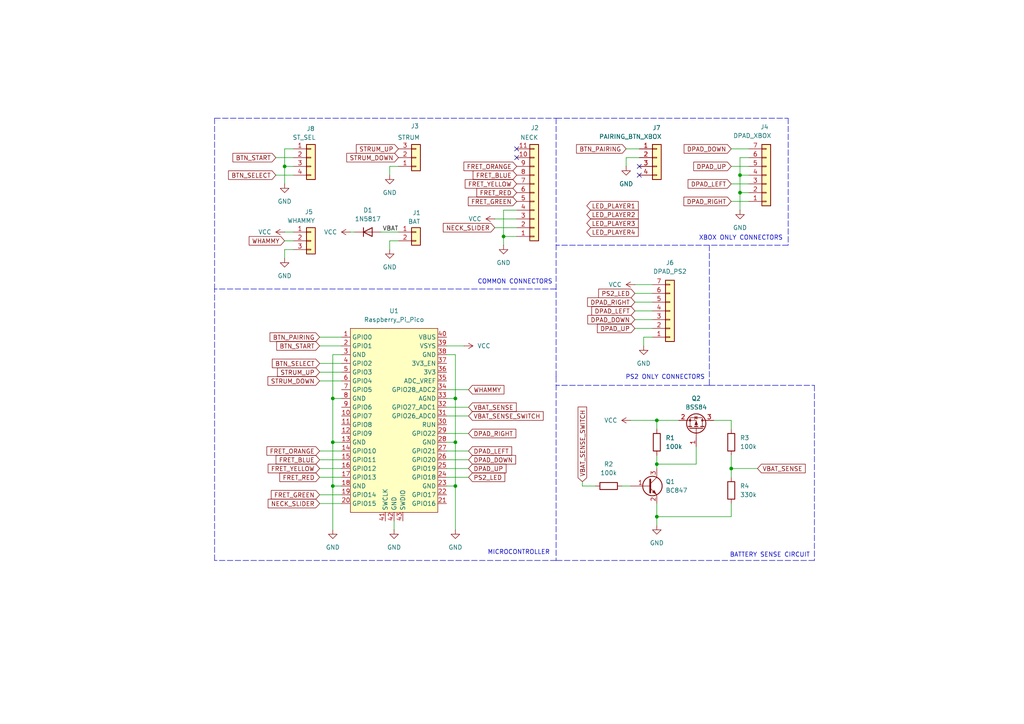
<source format=kicad_sch>
(kicad_sch
	(version 20250114)
	(generator "eeschema")
	(generator_version "9.0")
	(uuid "b0ae2863-e73e-4a7c-8497-4366602b6808")
	(paper "A4")
	(lib_symbols
		(symbol "Connector_Generic:Conn_01x02"
			(pin_names
				(offset 1.016)
				(hide yes)
			)
			(exclude_from_sim no)
			(in_bom yes)
			(on_board yes)
			(property "Reference" "J"
				(at 0 2.54 0)
				(effects
					(font
						(size 1.27 1.27)
					)
				)
			)
			(property "Value" "Conn_01x02"
				(at 0 -5.08 0)
				(effects
					(font
						(size 1.27 1.27)
					)
				)
			)
			(property "Footprint" ""
				(at 0 0 0)
				(effects
					(font
						(size 1.27 1.27)
					)
					(hide yes)
				)
			)
			(property "Datasheet" "~"
				(at 0 0 0)
				(effects
					(font
						(size 1.27 1.27)
					)
					(hide yes)
				)
			)
			(property "Description" "Generic connector, single row, 01x02, script generated (kicad-library-utils/schlib/autogen/connector/)"
				(at 0 0 0)
				(effects
					(font
						(size 1.27 1.27)
					)
					(hide yes)
				)
			)
			(property "ki_keywords" "connector"
				(at 0 0 0)
				(effects
					(font
						(size 1.27 1.27)
					)
					(hide yes)
				)
			)
			(property "ki_fp_filters" "Connector*:*_1x??_*"
				(at 0 0 0)
				(effects
					(font
						(size 1.27 1.27)
					)
					(hide yes)
				)
			)
			(symbol "Conn_01x02_1_1"
				(rectangle
					(start -1.27 1.27)
					(end 1.27 -3.81)
					(stroke
						(width 0.254)
						(type default)
					)
					(fill
						(type background)
					)
				)
				(rectangle
					(start -1.27 0.127)
					(end 0 -0.127)
					(stroke
						(width 0.1524)
						(type default)
					)
					(fill
						(type none)
					)
				)
				(rectangle
					(start -1.27 -2.413)
					(end 0 -2.667)
					(stroke
						(width 0.1524)
						(type default)
					)
					(fill
						(type none)
					)
				)
				(pin passive line
					(at -5.08 0 0)
					(length 3.81)
					(name "Pin_1"
						(effects
							(font
								(size 1.27 1.27)
							)
						)
					)
					(number "1"
						(effects
							(font
								(size 1.27 1.27)
							)
						)
					)
				)
				(pin passive line
					(at -5.08 -2.54 0)
					(length 3.81)
					(name "Pin_2"
						(effects
							(font
								(size 1.27 1.27)
							)
						)
					)
					(number "2"
						(effects
							(font
								(size 1.27 1.27)
							)
						)
					)
				)
			)
			(embedded_fonts no)
		)
		(symbol "Connector_Generic:Conn_01x03"
			(pin_names
				(offset 1.016)
				(hide yes)
			)
			(exclude_from_sim no)
			(in_bom yes)
			(on_board yes)
			(property "Reference" "J"
				(at 0 5.08 0)
				(effects
					(font
						(size 1.27 1.27)
					)
				)
			)
			(property "Value" "Conn_01x03"
				(at 0 -5.08 0)
				(effects
					(font
						(size 1.27 1.27)
					)
				)
			)
			(property "Footprint" ""
				(at 0 0 0)
				(effects
					(font
						(size 1.27 1.27)
					)
					(hide yes)
				)
			)
			(property "Datasheet" "~"
				(at 0 0 0)
				(effects
					(font
						(size 1.27 1.27)
					)
					(hide yes)
				)
			)
			(property "Description" "Generic connector, single row, 01x03, script generated (kicad-library-utils/schlib/autogen/connector/)"
				(at 0 0 0)
				(effects
					(font
						(size 1.27 1.27)
					)
					(hide yes)
				)
			)
			(property "ki_keywords" "connector"
				(at 0 0 0)
				(effects
					(font
						(size 1.27 1.27)
					)
					(hide yes)
				)
			)
			(property "ki_fp_filters" "Connector*:*_1x??_*"
				(at 0 0 0)
				(effects
					(font
						(size 1.27 1.27)
					)
					(hide yes)
				)
			)
			(symbol "Conn_01x03_1_1"
				(rectangle
					(start -1.27 3.81)
					(end 1.27 -3.81)
					(stroke
						(width 0.254)
						(type default)
					)
					(fill
						(type background)
					)
				)
				(rectangle
					(start -1.27 2.667)
					(end 0 2.413)
					(stroke
						(width 0.1524)
						(type default)
					)
					(fill
						(type none)
					)
				)
				(rectangle
					(start -1.27 0.127)
					(end 0 -0.127)
					(stroke
						(width 0.1524)
						(type default)
					)
					(fill
						(type none)
					)
				)
				(rectangle
					(start -1.27 -2.413)
					(end 0 -2.667)
					(stroke
						(width 0.1524)
						(type default)
					)
					(fill
						(type none)
					)
				)
				(pin passive line
					(at -5.08 2.54 0)
					(length 3.81)
					(name "Pin_1"
						(effects
							(font
								(size 1.27 1.27)
							)
						)
					)
					(number "1"
						(effects
							(font
								(size 1.27 1.27)
							)
						)
					)
				)
				(pin passive line
					(at -5.08 0 0)
					(length 3.81)
					(name "Pin_2"
						(effects
							(font
								(size 1.27 1.27)
							)
						)
					)
					(number "2"
						(effects
							(font
								(size 1.27 1.27)
							)
						)
					)
				)
				(pin passive line
					(at -5.08 -2.54 0)
					(length 3.81)
					(name "Pin_3"
						(effects
							(font
								(size 1.27 1.27)
							)
						)
					)
					(number "3"
						(effects
							(font
								(size 1.27 1.27)
							)
						)
					)
				)
			)
			(embedded_fonts no)
		)
		(symbol "Connector_Generic:Conn_01x04"
			(pin_names
				(offset 1.016)
				(hide yes)
			)
			(exclude_from_sim no)
			(in_bom yes)
			(on_board yes)
			(property "Reference" "J"
				(at 0 5.08 0)
				(effects
					(font
						(size 1.27 1.27)
					)
				)
			)
			(property "Value" "Conn_01x04"
				(at 0 -7.62 0)
				(effects
					(font
						(size 1.27 1.27)
					)
				)
			)
			(property "Footprint" ""
				(at 0 0 0)
				(effects
					(font
						(size 1.27 1.27)
					)
					(hide yes)
				)
			)
			(property "Datasheet" "~"
				(at 0 0 0)
				(effects
					(font
						(size 1.27 1.27)
					)
					(hide yes)
				)
			)
			(property "Description" "Generic connector, single row, 01x04, script generated (kicad-library-utils/schlib/autogen/connector/)"
				(at 0 0 0)
				(effects
					(font
						(size 1.27 1.27)
					)
					(hide yes)
				)
			)
			(property "ki_keywords" "connector"
				(at 0 0 0)
				(effects
					(font
						(size 1.27 1.27)
					)
					(hide yes)
				)
			)
			(property "ki_fp_filters" "Connector*:*_1x??_*"
				(at 0 0 0)
				(effects
					(font
						(size 1.27 1.27)
					)
					(hide yes)
				)
			)
			(symbol "Conn_01x04_1_1"
				(rectangle
					(start -1.27 3.81)
					(end 1.27 -6.35)
					(stroke
						(width 0.254)
						(type default)
					)
					(fill
						(type background)
					)
				)
				(rectangle
					(start -1.27 2.667)
					(end 0 2.413)
					(stroke
						(width 0.1524)
						(type default)
					)
					(fill
						(type none)
					)
				)
				(rectangle
					(start -1.27 0.127)
					(end 0 -0.127)
					(stroke
						(width 0.1524)
						(type default)
					)
					(fill
						(type none)
					)
				)
				(rectangle
					(start -1.27 -2.413)
					(end 0 -2.667)
					(stroke
						(width 0.1524)
						(type default)
					)
					(fill
						(type none)
					)
				)
				(rectangle
					(start -1.27 -4.953)
					(end 0 -5.207)
					(stroke
						(width 0.1524)
						(type default)
					)
					(fill
						(type none)
					)
				)
				(pin passive line
					(at -5.08 2.54 0)
					(length 3.81)
					(name "Pin_1"
						(effects
							(font
								(size 1.27 1.27)
							)
						)
					)
					(number "1"
						(effects
							(font
								(size 1.27 1.27)
							)
						)
					)
				)
				(pin passive line
					(at -5.08 0 0)
					(length 3.81)
					(name "Pin_2"
						(effects
							(font
								(size 1.27 1.27)
							)
						)
					)
					(number "2"
						(effects
							(font
								(size 1.27 1.27)
							)
						)
					)
				)
				(pin passive line
					(at -5.08 -2.54 0)
					(length 3.81)
					(name "Pin_3"
						(effects
							(font
								(size 1.27 1.27)
							)
						)
					)
					(number "3"
						(effects
							(font
								(size 1.27 1.27)
							)
						)
					)
				)
				(pin passive line
					(at -5.08 -5.08 0)
					(length 3.81)
					(name "Pin_4"
						(effects
							(font
								(size 1.27 1.27)
							)
						)
					)
					(number "4"
						(effects
							(font
								(size 1.27 1.27)
							)
						)
					)
				)
			)
			(embedded_fonts no)
		)
		(symbol "Connector_Generic:Conn_01x07"
			(pin_names
				(offset 1.016)
				(hide yes)
			)
			(exclude_from_sim no)
			(in_bom yes)
			(on_board yes)
			(property "Reference" "J"
				(at 0 10.16 0)
				(effects
					(font
						(size 1.27 1.27)
					)
				)
			)
			(property "Value" "Conn_01x07"
				(at 0 -10.16 0)
				(effects
					(font
						(size 1.27 1.27)
					)
				)
			)
			(property "Footprint" ""
				(at 0 0 0)
				(effects
					(font
						(size 1.27 1.27)
					)
					(hide yes)
				)
			)
			(property "Datasheet" "~"
				(at 0 0 0)
				(effects
					(font
						(size 1.27 1.27)
					)
					(hide yes)
				)
			)
			(property "Description" "Generic connector, single row, 01x07, script generated (kicad-library-utils/schlib/autogen/connector/)"
				(at 0 0 0)
				(effects
					(font
						(size 1.27 1.27)
					)
					(hide yes)
				)
			)
			(property "ki_keywords" "connector"
				(at 0 0 0)
				(effects
					(font
						(size 1.27 1.27)
					)
					(hide yes)
				)
			)
			(property "ki_fp_filters" "Connector*:*_1x??_*"
				(at 0 0 0)
				(effects
					(font
						(size 1.27 1.27)
					)
					(hide yes)
				)
			)
			(symbol "Conn_01x07_1_1"
				(rectangle
					(start -1.27 8.89)
					(end 1.27 -8.89)
					(stroke
						(width 0.254)
						(type default)
					)
					(fill
						(type background)
					)
				)
				(rectangle
					(start -1.27 7.747)
					(end 0 7.493)
					(stroke
						(width 0.1524)
						(type default)
					)
					(fill
						(type none)
					)
				)
				(rectangle
					(start -1.27 5.207)
					(end 0 4.953)
					(stroke
						(width 0.1524)
						(type default)
					)
					(fill
						(type none)
					)
				)
				(rectangle
					(start -1.27 2.667)
					(end 0 2.413)
					(stroke
						(width 0.1524)
						(type default)
					)
					(fill
						(type none)
					)
				)
				(rectangle
					(start -1.27 0.127)
					(end 0 -0.127)
					(stroke
						(width 0.1524)
						(type default)
					)
					(fill
						(type none)
					)
				)
				(rectangle
					(start -1.27 -2.413)
					(end 0 -2.667)
					(stroke
						(width 0.1524)
						(type default)
					)
					(fill
						(type none)
					)
				)
				(rectangle
					(start -1.27 -4.953)
					(end 0 -5.207)
					(stroke
						(width 0.1524)
						(type default)
					)
					(fill
						(type none)
					)
				)
				(rectangle
					(start -1.27 -7.493)
					(end 0 -7.747)
					(stroke
						(width 0.1524)
						(type default)
					)
					(fill
						(type none)
					)
				)
				(pin passive line
					(at -5.08 7.62 0)
					(length 3.81)
					(name "Pin_1"
						(effects
							(font
								(size 1.27 1.27)
							)
						)
					)
					(number "1"
						(effects
							(font
								(size 1.27 1.27)
							)
						)
					)
				)
				(pin passive line
					(at -5.08 5.08 0)
					(length 3.81)
					(name "Pin_2"
						(effects
							(font
								(size 1.27 1.27)
							)
						)
					)
					(number "2"
						(effects
							(font
								(size 1.27 1.27)
							)
						)
					)
				)
				(pin passive line
					(at -5.08 2.54 0)
					(length 3.81)
					(name "Pin_3"
						(effects
							(font
								(size 1.27 1.27)
							)
						)
					)
					(number "3"
						(effects
							(font
								(size 1.27 1.27)
							)
						)
					)
				)
				(pin passive line
					(at -5.08 0 0)
					(length 3.81)
					(name "Pin_4"
						(effects
							(font
								(size 1.27 1.27)
							)
						)
					)
					(number "4"
						(effects
							(font
								(size 1.27 1.27)
							)
						)
					)
				)
				(pin passive line
					(at -5.08 -2.54 0)
					(length 3.81)
					(name "Pin_5"
						(effects
							(font
								(size 1.27 1.27)
							)
						)
					)
					(number "5"
						(effects
							(font
								(size 1.27 1.27)
							)
						)
					)
				)
				(pin passive line
					(at -5.08 -5.08 0)
					(length 3.81)
					(name "Pin_6"
						(effects
							(font
								(size 1.27 1.27)
							)
						)
					)
					(number "6"
						(effects
							(font
								(size 1.27 1.27)
							)
						)
					)
				)
				(pin passive line
					(at -5.08 -7.62 0)
					(length 3.81)
					(name "Pin_7"
						(effects
							(font
								(size 1.27 1.27)
							)
						)
					)
					(number "7"
						(effects
							(font
								(size 1.27 1.27)
							)
						)
					)
				)
			)
			(embedded_fonts no)
		)
		(symbol "Connector_Generic:Conn_01x11"
			(pin_names
				(offset 1.016)
				(hide yes)
			)
			(exclude_from_sim no)
			(in_bom yes)
			(on_board yes)
			(property "Reference" "J"
				(at 0 15.24 0)
				(effects
					(font
						(size 1.27 1.27)
					)
				)
			)
			(property "Value" "Conn_01x11"
				(at 0 -15.24 0)
				(effects
					(font
						(size 1.27 1.27)
					)
				)
			)
			(property "Footprint" ""
				(at 0 0 0)
				(effects
					(font
						(size 1.27 1.27)
					)
					(hide yes)
				)
			)
			(property "Datasheet" "~"
				(at 0 0 0)
				(effects
					(font
						(size 1.27 1.27)
					)
					(hide yes)
				)
			)
			(property "Description" "Generic connector, single row, 01x11, script generated (kicad-library-utils/schlib/autogen/connector/)"
				(at 0 0 0)
				(effects
					(font
						(size 1.27 1.27)
					)
					(hide yes)
				)
			)
			(property "ki_keywords" "connector"
				(at 0 0 0)
				(effects
					(font
						(size 1.27 1.27)
					)
					(hide yes)
				)
			)
			(property "ki_fp_filters" "Connector*:*_1x??_*"
				(at 0 0 0)
				(effects
					(font
						(size 1.27 1.27)
					)
					(hide yes)
				)
			)
			(symbol "Conn_01x11_1_1"
				(rectangle
					(start -1.27 13.97)
					(end 1.27 -13.97)
					(stroke
						(width 0.254)
						(type default)
					)
					(fill
						(type background)
					)
				)
				(rectangle
					(start -1.27 12.827)
					(end 0 12.573)
					(stroke
						(width 0.1524)
						(type default)
					)
					(fill
						(type none)
					)
				)
				(rectangle
					(start -1.27 10.287)
					(end 0 10.033)
					(stroke
						(width 0.1524)
						(type default)
					)
					(fill
						(type none)
					)
				)
				(rectangle
					(start -1.27 7.747)
					(end 0 7.493)
					(stroke
						(width 0.1524)
						(type default)
					)
					(fill
						(type none)
					)
				)
				(rectangle
					(start -1.27 5.207)
					(end 0 4.953)
					(stroke
						(width 0.1524)
						(type default)
					)
					(fill
						(type none)
					)
				)
				(rectangle
					(start -1.27 2.667)
					(end 0 2.413)
					(stroke
						(width 0.1524)
						(type default)
					)
					(fill
						(type none)
					)
				)
				(rectangle
					(start -1.27 0.127)
					(end 0 -0.127)
					(stroke
						(width 0.1524)
						(type default)
					)
					(fill
						(type none)
					)
				)
				(rectangle
					(start -1.27 -2.413)
					(end 0 -2.667)
					(stroke
						(width 0.1524)
						(type default)
					)
					(fill
						(type none)
					)
				)
				(rectangle
					(start -1.27 -4.953)
					(end 0 -5.207)
					(stroke
						(width 0.1524)
						(type default)
					)
					(fill
						(type none)
					)
				)
				(rectangle
					(start -1.27 -7.493)
					(end 0 -7.747)
					(stroke
						(width 0.1524)
						(type default)
					)
					(fill
						(type none)
					)
				)
				(rectangle
					(start -1.27 -10.033)
					(end 0 -10.287)
					(stroke
						(width 0.1524)
						(type default)
					)
					(fill
						(type none)
					)
				)
				(rectangle
					(start -1.27 -12.573)
					(end 0 -12.827)
					(stroke
						(width 0.1524)
						(type default)
					)
					(fill
						(type none)
					)
				)
				(pin passive line
					(at -5.08 12.7 0)
					(length 3.81)
					(name "Pin_1"
						(effects
							(font
								(size 1.27 1.27)
							)
						)
					)
					(number "1"
						(effects
							(font
								(size 1.27 1.27)
							)
						)
					)
				)
				(pin passive line
					(at -5.08 10.16 0)
					(length 3.81)
					(name "Pin_2"
						(effects
							(font
								(size 1.27 1.27)
							)
						)
					)
					(number "2"
						(effects
							(font
								(size 1.27 1.27)
							)
						)
					)
				)
				(pin passive line
					(at -5.08 7.62 0)
					(length 3.81)
					(name "Pin_3"
						(effects
							(font
								(size 1.27 1.27)
							)
						)
					)
					(number "3"
						(effects
							(font
								(size 1.27 1.27)
							)
						)
					)
				)
				(pin passive line
					(at -5.08 5.08 0)
					(length 3.81)
					(name "Pin_4"
						(effects
							(font
								(size 1.27 1.27)
							)
						)
					)
					(number "4"
						(effects
							(font
								(size 1.27 1.27)
							)
						)
					)
				)
				(pin passive line
					(at -5.08 2.54 0)
					(length 3.81)
					(name "Pin_5"
						(effects
							(font
								(size 1.27 1.27)
							)
						)
					)
					(number "5"
						(effects
							(font
								(size 1.27 1.27)
							)
						)
					)
				)
				(pin passive line
					(at -5.08 0 0)
					(length 3.81)
					(name "Pin_6"
						(effects
							(font
								(size 1.27 1.27)
							)
						)
					)
					(number "6"
						(effects
							(font
								(size 1.27 1.27)
							)
						)
					)
				)
				(pin passive line
					(at -5.08 -2.54 0)
					(length 3.81)
					(name "Pin_7"
						(effects
							(font
								(size 1.27 1.27)
							)
						)
					)
					(number "7"
						(effects
							(font
								(size 1.27 1.27)
							)
						)
					)
				)
				(pin passive line
					(at -5.08 -5.08 0)
					(length 3.81)
					(name "Pin_8"
						(effects
							(font
								(size 1.27 1.27)
							)
						)
					)
					(number "8"
						(effects
							(font
								(size 1.27 1.27)
							)
						)
					)
				)
				(pin passive line
					(at -5.08 -7.62 0)
					(length 3.81)
					(name "Pin_9"
						(effects
							(font
								(size 1.27 1.27)
							)
						)
					)
					(number "9"
						(effects
							(font
								(size 1.27 1.27)
							)
						)
					)
				)
				(pin passive line
					(at -5.08 -10.16 0)
					(length 3.81)
					(name "Pin_10"
						(effects
							(font
								(size 1.27 1.27)
							)
						)
					)
					(number "10"
						(effects
							(font
								(size 1.27 1.27)
							)
						)
					)
				)
				(pin passive line
					(at -5.08 -12.7 0)
					(length 3.81)
					(name "Pin_11"
						(effects
							(font
								(size 1.27 1.27)
							)
						)
					)
					(number "11"
						(effects
							(font
								(size 1.27 1.27)
							)
						)
					)
				)
			)
			(embedded_fonts no)
		)
		(symbol "Device:D"
			(pin_numbers
				(hide yes)
			)
			(pin_names
				(offset 1.016)
				(hide yes)
			)
			(exclude_from_sim no)
			(in_bom yes)
			(on_board yes)
			(property "Reference" "D"
				(at 0 2.54 0)
				(effects
					(font
						(size 1.27 1.27)
					)
				)
			)
			(property "Value" "D"
				(at 0 -2.54 0)
				(effects
					(font
						(size 1.27 1.27)
					)
				)
			)
			(property "Footprint" ""
				(at 0 0 0)
				(effects
					(font
						(size 1.27 1.27)
					)
					(hide yes)
				)
			)
			(property "Datasheet" "~"
				(at 0 0 0)
				(effects
					(font
						(size 1.27 1.27)
					)
					(hide yes)
				)
			)
			(property "Description" "Diode"
				(at 0 0 0)
				(effects
					(font
						(size 1.27 1.27)
					)
					(hide yes)
				)
			)
			(property "Sim.Device" "D"
				(at 0 0 0)
				(effects
					(font
						(size 1.27 1.27)
					)
					(hide yes)
				)
			)
			(property "Sim.Pins" "1=K 2=A"
				(at 0 0 0)
				(effects
					(font
						(size 1.27 1.27)
					)
					(hide yes)
				)
			)
			(property "ki_keywords" "diode"
				(at 0 0 0)
				(effects
					(font
						(size 1.27 1.27)
					)
					(hide yes)
				)
			)
			(property "ki_fp_filters" "TO-???* *_Diode_* *SingleDiode* D_*"
				(at 0 0 0)
				(effects
					(font
						(size 1.27 1.27)
					)
					(hide yes)
				)
			)
			(symbol "D_0_1"
				(polyline
					(pts
						(xy -1.27 1.27) (xy -1.27 -1.27)
					)
					(stroke
						(width 0.254)
						(type default)
					)
					(fill
						(type none)
					)
				)
				(polyline
					(pts
						(xy 1.27 1.27) (xy 1.27 -1.27) (xy -1.27 0) (xy 1.27 1.27)
					)
					(stroke
						(width 0.254)
						(type default)
					)
					(fill
						(type none)
					)
				)
				(polyline
					(pts
						(xy 1.27 0) (xy -1.27 0)
					)
					(stroke
						(width 0)
						(type default)
					)
					(fill
						(type none)
					)
				)
			)
			(symbol "D_1_1"
				(pin passive line
					(at -3.81 0 0)
					(length 2.54)
					(name "K"
						(effects
							(font
								(size 1.27 1.27)
							)
						)
					)
					(number "1"
						(effects
							(font
								(size 1.27 1.27)
							)
						)
					)
				)
				(pin passive line
					(at 3.81 0 180)
					(length 2.54)
					(name "A"
						(effects
							(font
								(size 1.27 1.27)
							)
						)
					)
					(number "2"
						(effects
							(font
								(size 1.27 1.27)
							)
						)
					)
				)
			)
			(embedded_fonts no)
		)
		(symbol "Device:R"
			(pin_numbers
				(hide yes)
			)
			(pin_names
				(offset 0)
			)
			(exclude_from_sim no)
			(in_bom yes)
			(on_board yes)
			(property "Reference" "R"
				(at 2.032 0 90)
				(effects
					(font
						(size 1.27 1.27)
					)
				)
			)
			(property "Value" "R"
				(at 0 0 90)
				(effects
					(font
						(size 1.27 1.27)
					)
				)
			)
			(property "Footprint" ""
				(at -1.778 0 90)
				(effects
					(font
						(size 1.27 1.27)
					)
					(hide yes)
				)
			)
			(property "Datasheet" "~"
				(at 0 0 0)
				(effects
					(font
						(size 1.27 1.27)
					)
					(hide yes)
				)
			)
			(property "Description" "Resistor"
				(at 0 0 0)
				(effects
					(font
						(size 1.27 1.27)
					)
					(hide yes)
				)
			)
			(property "ki_keywords" "R res resistor"
				(at 0 0 0)
				(effects
					(font
						(size 1.27 1.27)
					)
					(hide yes)
				)
			)
			(property "ki_fp_filters" "R_*"
				(at 0 0 0)
				(effects
					(font
						(size 1.27 1.27)
					)
					(hide yes)
				)
			)
			(symbol "R_0_1"
				(rectangle
					(start -1.016 -2.54)
					(end 1.016 2.54)
					(stroke
						(width 0.254)
						(type default)
					)
					(fill
						(type none)
					)
				)
			)
			(symbol "R_1_1"
				(pin passive line
					(at 0 3.81 270)
					(length 1.27)
					(name "~"
						(effects
							(font
								(size 1.27 1.27)
							)
						)
					)
					(number "1"
						(effects
							(font
								(size 1.27 1.27)
							)
						)
					)
				)
				(pin passive line
					(at 0 -3.81 90)
					(length 1.27)
					(name "~"
						(effects
							(font
								(size 1.27 1.27)
							)
						)
					)
					(number "2"
						(effects
							(font
								(size 1.27 1.27)
							)
						)
					)
				)
			)
			(embedded_fonts no)
		)
		(symbol "ScottoKeebs:MCU_Raspberry_Pi_Pico"
			(exclude_from_sim no)
			(in_bom yes)
			(on_board yes)
			(property "Reference" "U"
				(at 0 0 0)
				(effects
					(font
						(size 1.27 1.27)
					)
				)
			)
			(property "Value" "Raspberry_Pi_Pico"
				(at 0 27.94 0)
				(effects
					(font
						(size 1.27 1.27)
					)
				)
			)
			(property "Footprint" "ScottoKeebs_MCU:Raspberry_Pi_Pico"
				(at 0 30.48 0)
				(effects
					(font
						(size 1.27 1.27)
					)
					(hide yes)
				)
			)
			(property "Datasheet" ""
				(at 0 0 0)
				(effects
					(font
						(size 1.27 1.27)
					)
					(hide yes)
				)
			)
			(property "Description" ""
				(at 0 0 0)
				(effects
					(font
						(size 1.27 1.27)
					)
					(hide yes)
				)
			)
			(symbol "MCU_Raspberry_Pi_Pico_0_1"
				(rectangle
					(start -12.7 26.67)
					(end 12.7 -26.67)
					(stroke
						(width 0)
						(type default)
					)
					(fill
						(type background)
					)
				)
			)
			(symbol "MCU_Raspberry_Pi_Pico_1_1"
				(pin bidirectional line
					(at -15.24 24.13 0)
					(length 2.54)
					(name "GPIO0"
						(effects
							(font
								(size 1.27 1.27)
							)
						)
					)
					(number "1"
						(effects
							(font
								(size 1.27 1.27)
							)
						)
					)
				)
				(pin bidirectional line
					(at -15.24 21.59 0)
					(length 2.54)
					(name "GPIO1"
						(effects
							(font
								(size 1.27 1.27)
							)
						)
					)
					(number "2"
						(effects
							(font
								(size 1.27 1.27)
							)
						)
					)
				)
				(pin power_in line
					(at -15.24 19.05 0)
					(length 2.54)
					(name "GND"
						(effects
							(font
								(size 1.27 1.27)
							)
						)
					)
					(number "3"
						(effects
							(font
								(size 1.27 1.27)
							)
						)
					)
				)
				(pin bidirectional line
					(at -15.24 16.51 0)
					(length 2.54)
					(name "GPIO2"
						(effects
							(font
								(size 1.27 1.27)
							)
						)
					)
					(number "4"
						(effects
							(font
								(size 1.27 1.27)
							)
						)
					)
				)
				(pin bidirectional line
					(at -15.24 13.97 0)
					(length 2.54)
					(name "GPIO3"
						(effects
							(font
								(size 1.27 1.27)
							)
						)
					)
					(number "5"
						(effects
							(font
								(size 1.27 1.27)
							)
						)
					)
				)
				(pin bidirectional line
					(at -15.24 11.43 0)
					(length 2.54)
					(name "GPIO4"
						(effects
							(font
								(size 1.27 1.27)
							)
						)
					)
					(number "6"
						(effects
							(font
								(size 1.27 1.27)
							)
						)
					)
				)
				(pin bidirectional line
					(at -15.24 8.89 0)
					(length 2.54)
					(name "GPIO5"
						(effects
							(font
								(size 1.27 1.27)
							)
						)
					)
					(number "7"
						(effects
							(font
								(size 1.27 1.27)
							)
						)
					)
				)
				(pin power_in line
					(at -15.24 6.35 0)
					(length 2.54)
					(name "GND"
						(effects
							(font
								(size 1.27 1.27)
							)
						)
					)
					(number "8"
						(effects
							(font
								(size 1.27 1.27)
							)
						)
					)
				)
				(pin bidirectional line
					(at -15.24 3.81 0)
					(length 2.54)
					(name "GPIO6"
						(effects
							(font
								(size 1.27 1.27)
							)
						)
					)
					(number "9"
						(effects
							(font
								(size 1.27 1.27)
							)
						)
					)
				)
				(pin bidirectional line
					(at -15.24 1.27 0)
					(length 2.54)
					(name "GPIO7"
						(effects
							(font
								(size 1.27 1.27)
							)
						)
					)
					(number "10"
						(effects
							(font
								(size 1.27 1.27)
							)
						)
					)
				)
				(pin bidirectional line
					(at -15.24 -1.27 0)
					(length 2.54)
					(name "GPIO8"
						(effects
							(font
								(size 1.27 1.27)
							)
						)
					)
					(number "11"
						(effects
							(font
								(size 1.27 1.27)
							)
						)
					)
				)
				(pin bidirectional line
					(at -15.24 -3.81 0)
					(length 2.54)
					(name "GPIO9"
						(effects
							(font
								(size 1.27 1.27)
							)
						)
					)
					(number "12"
						(effects
							(font
								(size 1.27 1.27)
							)
						)
					)
				)
				(pin power_in line
					(at -15.24 -6.35 0)
					(length 2.54)
					(name "GND"
						(effects
							(font
								(size 1.27 1.27)
							)
						)
					)
					(number "13"
						(effects
							(font
								(size 1.27 1.27)
							)
						)
					)
				)
				(pin bidirectional line
					(at -15.24 -8.89 0)
					(length 2.54)
					(name "GPIO10"
						(effects
							(font
								(size 1.27 1.27)
							)
						)
					)
					(number "14"
						(effects
							(font
								(size 1.27 1.27)
							)
						)
					)
				)
				(pin bidirectional line
					(at -15.24 -11.43 0)
					(length 2.54)
					(name "GPIO11"
						(effects
							(font
								(size 1.27 1.27)
							)
						)
					)
					(number "15"
						(effects
							(font
								(size 1.27 1.27)
							)
						)
					)
				)
				(pin bidirectional line
					(at -15.24 -13.97 0)
					(length 2.54)
					(name "GPIO12"
						(effects
							(font
								(size 1.27 1.27)
							)
						)
					)
					(number "16"
						(effects
							(font
								(size 1.27 1.27)
							)
						)
					)
				)
				(pin bidirectional line
					(at -15.24 -16.51 0)
					(length 2.54)
					(name "GPIO13"
						(effects
							(font
								(size 1.27 1.27)
							)
						)
					)
					(number "17"
						(effects
							(font
								(size 1.27 1.27)
							)
						)
					)
				)
				(pin power_in line
					(at -15.24 -19.05 0)
					(length 2.54)
					(name "GND"
						(effects
							(font
								(size 1.27 1.27)
							)
						)
					)
					(number "18"
						(effects
							(font
								(size 1.27 1.27)
							)
						)
					)
				)
				(pin bidirectional line
					(at -15.24 -21.59 0)
					(length 2.54)
					(name "GPIO14"
						(effects
							(font
								(size 1.27 1.27)
							)
						)
					)
					(number "19"
						(effects
							(font
								(size 1.27 1.27)
							)
						)
					)
				)
				(pin bidirectional line
					(at -15.24 -24.13 0)
					(length 2.54)
					(name "GPIO15"
						(effects
							(font
								(size 1.27 1.27)
							)
						)
					)
					(number "20"
						(effects
							(font
								(size 1.27 1.27)
							)
						)
					)
				)
				(pin input line
					(at -2.54 -29.21 90)
					(length 2.54)
					(name "SWCLK"
						(effects
							(font
								(size 1.27 1.27)
							)
						)
					)
					(number "41"
						(effects
							(font
								(size 1.27 1.27)
							)
						)
					)
				)
				(pin power_in line
					(at 0 -29.21 90)
					(length 2.54)
					(name "GND"
						(effects
							(font
								(size 1.27 1.27)
							)
						)
					)
					(number "42"
						(effects
							(font
								(size 1.27 1.27)
							)
						)
					)
				)
				(pin bidirectional line
					(at 2.54 -29.21 90)
					(length 2.54)
					(name "SWDIO"
						(effects
							(font
								(size 1.27 1.27)
							)
						)
					)
					(number "43"
						(effects
							(font
								(size 1.27 1.27)
							)
						)
					)
				)
				(pin power_in line
					(at 15.24 24.13 180)
					(length 2.54)
					(name "VBUS"
						(effects
							(font
								(size 1.27 1.27)
							)
						)
					)
					(number "40"
						(effects
							(font
								(size 1.27 1.27)
							)
						)
					)
				)
				(pin power_in line
					(at 15.24 21.59 180)
					(length 2.54)
					(name "VSYS"
						(effects
							(font
								(size 1.27 1.27)
							)
						)
					)
					(number "39"
						(effects
							(font
								(size 1.27 1.27)
							)
						)
					)
				)
				(pin bidirectional line
					(at 15.24 19.05 180)
					(length 2.54)
					(name "GND"
						(effects
							(font
								(size 1.27 1.27)
							)
						)
					)
					(number "38"
						(effects
							(font
								(size 1.27 1.27)
							)
						)
					)
				)
				(pin input line
					(at 15.24 16.51 180)
					(length 2.54)
					(name "3V3_EN"
						(effects
							(font
								(size 1.27 1.27)
							)
						)
					)
					(number "37"
						(effects
							(font
								(size 1.27 1.27)
							)
						)
					)
				)
				(pin power_in line
					(at 15.24 13.97 180)
					(length 2.54)
					(name "3V3"
						(effects
							(font
								(size 1.27 1.27)
							)
						)
					)
					(number "36"
						(effects
							(font
								(size 1.27 1.27)
							)
						)
					)
				)
				(pin power_in line
					(at 15.24 11.43 180)
					(length 2.54)
					(name "ADC_VREF"
						(effects
							(font
								(size 1.27 1.27)
							)
						)
					)
					(number "35"
						(effects
							(font
								(size 1.27 1.27)
							)
						)
					)
				)
				(pin bidirectional line
					(at 15.24 8.89 180)
					(length 2.54)
					(name "GPIO28_ADC2"
						(effects
							(font
								(size 1.27 1.27)
							)
						)
					)
					(number "34"
						(effects
							(font
								(size 1.27 1.27)
							)
						)
					)
				)
				(pin power_in line
					(at 15.24 6.35 180)
					(length 2.54)
					(name "AGND"
						(effects
							(font
								(size 1.27 1.27)
							)
						)
					)
					(number "33"
						(effects
							(font
								(size 1.27 1.27)
							)
						)
					)
				)
				(pin bidirectional line
					(at 15.24 3.81 180)
					(length 2.54)
					(name "GPIO27_ADC1"
						(effects
							(font
								(size 1.27 1.27)
							)
						)
					)
					(number "32"
						(effects
							(font
								(size 1.27 1.27)
							)
						)
					)
				)
				(pin bidirectional line
					(at 15.24 1.27 180)
					(length 2.54)
					(name "GPIO26_ADC0"
						(effects
							(font
								(size 1.27 1.27)
							)
						)
					)
					(number "31"
						(effects
							(font
								(size 1.27 1.27)
							)
						)
					)
				)
				(pin input line
					(at 15.24 -1.27 180)
					(length 2.54)
					(name "RUN"
						(effects
							(font
								(size 1.27 1.27)
							)
						)
					)
					(number "30"
						(effects
							(font
								(size 1.27 1.27)
							)
						)
					)
				)
				(pin bidirectional line
					(at 15.24 -3.81 180)
					(length 2.54)
					(name "GPIO22"
						(effects
							(font
								(size 1.27 1.27)
							)
						)
					)
					(number "29"
						(effects
							(font
								(size 1.27 1.27)
							)
						)
					)
				)
				(pin power_in line
					(at 15.24 -6.35 180)
					(length 2.54)
					(name "GND"
						(effects
							(font
								(size 1.27 1.27)
							)
						)
					)
					(number "28"
						(effects
							(font
								(size 1.27 1.27)
							)
						)
					)
				)
				(pin bidirectional line
					(at 15.24 -8.89 180)
					(length 2.54)
					(name "GPIO21"
						(effects
							(font
								(size 1.27 1.27)
							)
						)
					)
					(number "27"
						(effects
							(font
								(size 1.27 1.27)
							)
						)
					)
				)
				(pin bidirectional line
					(at 15.24 -11.43 180)
					(length 2.54)
					(name "GPIO20"
						(effects
							(font
								(size 1.27 1.27)
							)
						)
					)
					(number "26"
						(effects
							(font
								(size 1.27 1.27)
							)
						)
					)
				)
				(pin bidirectional line
					(at 15.24 -13.97 180)
					(length 2.54)
					(name "GPIO19"
						(effects
							(font
								(size 1.27 1.27)
							)
						)
					)
					(number "25"
						(effects
							(font
								(size 1.27 1.27)
							)
						)
					)
				)
				(pin bidirectional line
					(at 15.24 -16.51 180)
					(length 2.54)
					(name "GPIO18"
						(effects
							(font
								(size 1.27 1.27)
							)
						)
					)
					(number "24"
						(effects
							(font
								(size 1.27 1.27)
							)
						)
					)
				)
				(pin power_in line
					(at 15.24 -19.05 180)
					(length 2.54)
					(name "GND"
						(effects
							(font
								(size 1.27 1.27)
							)
						)
					)
					(number "23"
						(effects
							(font
								(size 1.27 1.27)
							)
						)
					)
				)
				(pin bidirectional line
					(at 15.24 -21.59 180)
					(length 2.54)
					(name "GPIO17"
						(effects
							(font
								(size 1.27 1.27)
							)
						)
					)
					(number "22"
						(effects
							(font
								(size 1.27 1.27)
							)
						)
					)
				)
				(pin bidirectional line
					(at 15.24 -24.13 180)
					(length 2.54)
					(name "GPIO16"
						(effects
							(font
								(size 1.27 1.27)
							)
						)
					)
					(number "21"
						(effects
							(font
								(size 1.27 1.27)
							)
						)
					)
				)
			)
			(embedded_fonts no)
		)
		(symbol "Transistor_BJT:BC847"
			(pin_names
				(offset 0)
				(hide yes)
			)
			(exclude_from_sim no)
			(in_bom yes)
			(on_board yes)
			(property "Reference" "Q"
				(at 5.08 1.905 0)
				(effects
					(font
						(size 1.27 1.27)
					)
					(justify left)
				)
			)
			(property "Value" "BC847"
				(at 5.08 0 0)
				(effects
					(font
						(size 1.27 1.27)
					)
					(justify left)
				)
			)
			(property "Footprint" "Package_TO_SOT_SMD:SOT-23"
				(at 5.08 -1.905 0)
				(effects
					(font
						(size 1.27 1.27)
						(italic yes)
					)
					(justify left)
					(hide yes)
				)
			)
			(property "Datasheet" "http://www.infineon.com/dgdl/Infineon-BC847SERIES_BC848SERIES_BC849SERIES_BC850SERIES-DS-v01_01-en.pdf?fileId=db3a304314dca389011541d4630a1657"
				(at 0 0 0)
				(effects
					(font
						(size 1.27 1.27)
					)
					(justify left)
					(hide yes)
				)
			)
			(property "Description" "0.1A Ic, 45V Vce, NPN Transistor, SOT-23"
				(at 0 0 0)
				(effects
					(font
						(size 1.27 1.27)
					)
					(hide yes)
				)
			)
			(property "ki_keywords" "NPN Small Signal Transistor"
				(at 0 0 0)
				(effects
					(font
						(size 1.27 1.27)
					)
					(hide yes)
				)
			)
			(property "ki_fp_filters" "SOT?23*"
				(at 0 0 0)
				(effects
					(font
						(size 1.27 1.27)
					)
					(hide yes)
				)
			)
			(symbol "BC847_0_1"
				(polyline
					(pts
						(xy 0.635 1.905) (xy 0.635 -1.905) (xy 0.635 -1.905)
					)
					(stroke
						(width 0.508)
						(type default)
					)
					(fill
						(type none)
					)
				)
				(polyline
					(pts
						(xy 0.635 0.635) (xy 2.54 2.54)
					)
					(stroke
						(width 0)
						(type default)
					)
					(fill
						(type none)
					)
				)
				(polyline
					(pts
						(xy 0.635 -0.635) (xy 2.54 -2.54) (xy 2.54 -2.54)
					)
					(stroke
						(width 0)
						(type default)
					)
					(fill
						(type none)
					)
				)
				(circle
					(center 1.27 0)
					(radius 2.8194)
					(stroke
						(width 0.254)
						(type default)
					)
					(fill
						(type none)
					)
				)
				(polyline
					(pts
						(xy 1.27 -1.778) (xy 1.778 -1.27) (xy 2.286 -2.286) (xy 1.27 -1.778) (xy 1.27 -1.778)
					)
					(stroke
						(width 0)
						(type default)
					)
					(fill
						(type outline)
					)
				)
			)
			(symbol "BC847_1_1"
				(pin input line
					(at -5.08 0 0)
					(length 5.715)
					(name "B"
						(effects
							(font
								(size 1.27 1.27)
							)
						)
					)
					(number "1"
						(effects
							(font
								(size 1.27 1.27)
							)
						)
					)
				)
				(pin passive line
					(at 2.54 5.08 270)
					(length 2.54)
					(name "C"
						(effects
							(font
								(size 1.27 1.27)
							)
						)
					)
					(number "3"
						(effects
							(font
								(size 1.27 1.27)
							)
						)
					)
				)
				(pin passive line
					(at 2.54 -5.08 90)
					(length 2.54)
					(name "E"
						(effects
							(font
								(size 1.27 1.27)
							)
						)
					)
					(number "2"
						(effects
							(font
								(size 1.27 1.27)
							)
						)
					)
				)
			)
			(embedded_fonts no)
		)
		(symbol "Transistor_FET:BSS84"
			(pin_names
				(hide yes)
			)
			(exclude_from_sim no)
			(in_bom yes)
			(on_board yes)
			(property "Reference" "Q"
				(at 5.08 1.905 0)
				(effects
					(font
						(size 1.27 1.27)
					)
					(justify left)
				)
			)
			(property "Value" "BSS84"
				(at 5.08 0 0)
				(effects
					(font
						(size 1.27 1.27)
					)
					(justify left)
				)
			)
			(property "Footprint" "Package_TO_SOT_SMD:SOT-23"
				(at 5.08 -1.905 0)
				(effects
					(font
						(size 1.27 1.27)
						(italic yes)
					)
					(justify left)
					(hide yes)
				)
			)
			(property "Datasheet" "http://assets.nexperia.com/documents/data-sheet/BSS84.pdf"
				(at 5.08 -3.81 0)
				(effects
					(font
						(size 1.27 1.27)
					)
					(justify left)
					(hide yes)
				)
			)
			(property "Description" "-0.13A Id, -50V Vds, P-Channel MOSFET, SOT-23"
				(at 0 0 0)
				(effects
					(font
						(size 1.27 1.27)
					)
					(hide yes)
				)
			)
			(property "ki_keywords" "P-Channel MOSFET"
				(at 0 0 0)
				(effects
					(font
						(size 1.27 1.27)
					)
					(hide yes)
				)
			)
			(property "ki_fp_filters" "SOT?23*"
				(at 0 0 0)
				(effects
					(font
						(size 1.27 1.27)
					)
					(hide yes)
				)
			)
			(symbol "BSS84_0_1"
				(polyline
					(pts
						(xy 0.254 1.905) (xy 0.254 -1.905)
					)
					(stroke
						(width 0.254)
						(type default)
					)
					(fill
						(type none)
					)
				)
				(polyline
					(pts
						(xy 0.254 0) (xy -2.54 0)
					)
					(stroke
						(width 0)
						(type default)
					)
					(fill
						(type none)
					)
				)
				(polyline
					(pts
						(xy 0.762 2.286) (xy 0.762 1.27)
					)
					(stroke
						(width 0.254)
						(type default)
					)
					(fill
						(type none)
					)
				)
				(polyline
					(pts
						(xy 0.762 1.778) (xy 3.302 1.778) (xy 3.302 -1.778) (xy 0.762 -1.778)
					)
					(stroke
						(width 0)
						(type default)
					)
					(fill
						(type none)
					)
				)
				(polyline
					(pts
						(xy 0.762 0.508) (xy 0.762 -0.508)
					)
					(stroke
						(width 0.254)
						(type default)
					)
					(fill
						(type none)
					)
				)
				(polyline
					(pts
						(xy 0.762 -1.27) (xy 0.762 -2.286)
					)
					(stroke
						(width 0.254)
						(type default)
					)
					(fill
						(type none)
					)
				)
				(circle
					(center 1.651 0)
					(radius 2.794)
					(stroke
						(width 0.254)
						(type default)
					)
					(fill
						(type none)
					)
				)
				(polyline
					(pts
						(xy 2.286 0) (xy 1.27 0.381) (xy 1.27 -0.381) (xy 2.286 0)
					)
					(stroke
						(width 0)
						(type default)
					)
					(fill
						(type outline)
					)
				)
				(polyline
					(pts
						(xy 2.54 2.54) (xy 2.54 1.778)
					)
					(stroke
						(width 0)
						(type default)
					)
					(fill
						(type none)
					)
				)
				(circle
					(center 2.54 1.778)
					(radius 0.254)
					(stroke
						(width 0)
						(type default)
					)
					(fill
						(type outline)
					)
				)
				(circle
					(center 2.54 -1.778)
					(radius 0.254)
					(stroke
						(width 0)
						(type default)
					)
					(fill
						(type outline)
					)
				)
				(polyline
					(pts
						(xy 2.54 -2.54) (xy 2.54 0) (xy 0.762 0)
					)
					(stroke
						(width 0)
						(type default)
					)
					(fill
						(type none)
					)
				)
				(polyline
					(pts
						(xy 2.794 -0.508) (xy 2.921 -0.381) (xy 3.683 -0.381) (xy 3.81 -0.254)
					)
					(stroke
						(width 0)
						(type default)
					)
					(fill
						(type none)
					)
				)
				(polyline
					(pts
						(xy 3.302 -0.381) (xy 2.921 0.254) (xy 3.683 0.254) (xy 3.302 -0.381)
					)
					(stroke
						(width 0)
						(type default)
					)
					(fill
						(type none)
					)
				)
			)
			(symbol "BSS84_1_1"
				(pin input line
					(at -5.08 0 0)
					(length 2.54)
					(name "G"
						(effects
							(font
								(size 1.27 1.27)
							)
						)
					)
					(number "1"
						(effects
							(font
								(size 1.27 1.27)
							)
						)
					)
				)
				(pin passive line
					(at 2.54 5.08 270)
					(length 2.54)
					(name "D"
						(effects
							(font
								(size 1.27 1.27)
							)
						)
					)
					(number "3"
						(effects
							(font
								(size 1.27 1.27)
							)
						)
					)
				)
				(pin passive line
					(at 2.54 -5.08 90)
					(length 2.54)
					(name "S"
						(effects
							(font
								(size 1.27 1.27)
							)
						)
					)
					(number "2"
						(effects
							(font
								(size 1.27 1.27)
							)
						)
					)
				)
			)
			(embedded_fonts no)
		)
		(symbol "power:GND"
			(power)
			(pin_numbers
				(hide yes)
			)
			(pin_names
				(offset 0)
				(hide yes)
			)
			(exclude_from_sim no)
			(in_bom yes)
			(on_board yes)
			(property "Reference" "#PWR"
				(at 0 -6.35 0)
				(effects
					(font
						(size 1.27 1.27)
					)
					(hide yes)
				)
			)
			(property "Value" "GND"
				(at 0 -3.81 0)
				(effects
					(font
						(size 1.27 1.27)
					)
				)
			)
			(property "Footprint" ""
				(at 0 0 0)
				(effects
					(font
						(size 1.27 1.27)
					)
					(hide yes)
				)
			)
			(property "Datasheet" ""
				(at 0 0 0)
				(effects
					(font
						(size 1.27 1.27)
					)
					(hide yes)
				)
			)
			(property "Description" "Power symbol creates a global label with name \"GND\" , ground"
				(at 0 0 0)
				(effects
					(font
						(size 1.27 1.27)
					)
					(hide yes)
				)
			)
			(property "ki_keywords" "global power"
				(at 0 0 0)
				(effects
					(font
						(size 1.27 1.27)
					)
					(hide yes)
				)
			)
			(symbol "GND_0_1"
				(polyline
					(pts
						(xy 0 0) (xy 0 -1.27) (xy 1.27 -1.27) (xy 0 -2.54) (xy -1.27 -1.27) (xy 0 -1.27)
					)
					(stroke
						(width 0)
						(type default)
					)
					(fill
						(type none)
					)
				)
			)
			(symbol "GND_1_1"
				(pin power_in line
					(at 0 0 270)
					(length 0)
					(name "~"
						(effects
							(font
								(size 1.27 1.27)
							)
						)
					)
					(number "1"
						(effects
							(font
								(size 1.27 1.27)
							)
						)
					)
				)
			)
			(embedded_fonts no)
		)
		(symbol "power:VCC"
			(power)
			(pin_numbers
				(hide yes)
			)
			(pin_names
				(offset 0)
				(hide yes)
			)
			(exclude_from_sim no)
			(in_bom yes)
			(on_board yes)
			(property "Reference" "#PWR"
				(at 0 -3.81 0)
				(effects
					(font
						(size 1.27 1.27)
					)
					(hide yes)
				)
			)
			(property "Value" "VCC"
				(at 0 3.556 0)
				(effects
					(font
						(size 1.27 1.27)
					)
				)
			)
			(property "Footprint" ""
				(at 0 0 0)
				(effects
					(font
						(size 1.27 1.27)
					)
					(hide yes)
				)
			)
			(property "Datasheet" ""
				(at 0 0 0)
				(effects
					(font
						(size 1.27 1.27)
					)
					(hide yes)
				)
			)
			(property "Description" "Power symbol creates a global label with name \"VCC\""
				(at 0 0 0)
				(effects
					(font
						(size 1.27 1.27)
					)
					(hide yes)
				)
			)
			(property "ki_keywords" "global power"
				(at 0 0 0)
				(effects
					(font
						(size 1.27 1.27)
					)
					(hide yes)
				)
			)
			(symbol "VCC_0_1"
				(polyline
					(pts
						(xy -0.762 1.27) (xy 0 2.54)
					)
					(stroke
						(width 0)
						(type default)
					)
					(fill
						(type none)
					)
				)
				(polyline
					(pts
						(xy 0 2.54) (xy 0.762 1.27)
					)
					(stroke
						(width 0)
						(type default)
					)
					(fill
						(type none)
					)
				)
				(polyline
					(pts
						(xy 0 0) (xy 0 2.54)
					)
					(stroke
						(width 0)
						(type default)
					)
					(fill
						(type none)
					)
				)
			)
			(symbol "VCC_1_1"
				(pin power_in line
					(at 0 0 90)
					(length 0)
					(name "~"
						(effects
							(font
								(size 1.27 1.27)
							)
						)
					)
					(number "1"
						(effects
							(font
								(size 1.27 1.27)
							)
						)
					)
				)
			)
			(embedded_fonts no)
		)
	)
	(text "BATTERY SENSE CIRCUIT"
		(exclude_from_sim no)
		(at 234.95 161.036 0)
		(effects
			(font
				(size 1.27 1.27)
			)
			(justify right)
		)
		(uuid "3051939c-550a-4778-b589-4444779d1a48")
	)
	(text "COMMON CONNECTORS"
		(exclude_from_sim no)
		(at 160.274 81.788 0)
		(effects
			(font
				(size 1.27 1.27)
			)
			(justify right)
		)
		(uuid "3c14f38c-7ef9-4425-bae8-491c45ae7e62")
	)
	(text "MICROCONTROLLER"
		(exclude_from_sim no)
		(at 159.512 160.274 0)
		(effects
			(font
				(size 1.27 1.27)
			)
			(justify right)
		)
		(uuid "6ba63706-4684-4bdb-960e-6f2064b9a7b1")
	)
	(text "XBOX ONLY CONNECTORS"
		(exclude_from_sim no)
		(at 227.076 69.088 0)
		(effects
			(font
				(size 1.27 1.27)
			)
			(justify right)
		)
		(uuid "e2a6fc87-1d8c-4737-a901-7d322b89d0ea")
	)
	(text "PS2 ONLY CONNECTORS"
		(exclude_from_sim no)
		(at 204.47 109.474 0)
		(effects
			(font
				(size 1.27 1.27)
			)
			(justify right)
		)
		(uuid "f5809134-ccba-4e33-9d11-984c30edefa3")
	)
	(junction
		(at 132.08 115.57)
		(diameter 0)
		(color 0 0 0 0)
		(uuid "016d69e1-8b69-40b6-98fa-2320dcc75ec2")
	)
	(junction
		(at 212.09 135.89)
		(diameter 0)
		(color 0 0 0 0)
		(uuid "0dca2e35-246e-4d91-b389-45cb2f9e15d7")
	)
	(junction
		(at 214.63 55.88)
		(diameter 0)
		(color 0 0 0 0)
		(uuid "214eaa04-b403-40ce-b223-ffed543eeadd")
	)
	(junction
		(at 214.63 50.8)
		(diameter 0)
		(color 0 0 0 0)
		(uuid "29092e1c-918a-4548-88cc-8a7c294b5a16")
	)
	(junction
		(at 146.05 68.58)
		(diameter 0)
		(color 0 0 0 0)
		(uuid "2c2db2b0-e727-401c-af31-515d83a59197")
	)
	(junction
		(at 190.5 149.86)
		(diameter 0)
		(color 0 0 0 0)
		(uuid "424e75bd-b7a9-4987-935e-529fb631d9ac")
	)
	(junction
		(at 96.52 140.97)
		(diameter 0)
		(color 0 0 0 0)
		(uuid "5f386d6f-4a12-4397-96ab-f215bf2c4cf0")
	)
	(junction
		(at 190.5 134.62)
		(diameter 0)
		(color 0 0 0 0)
		(uuid "6371ad26-5e53-4338-96a8-5ebdecfe04b1")
	)
	(junction
		(at 190.5 121.92)
		(diameter 0)
		(color 0 0 0 0)
		(uuid "8da52596-a4cb-4030-a24f-ee3dcbe7713a")
	)
	(junction
		(at 132.08 128.27)
		(diameter 0)
		(color 0 0 0 0)
		(uuid "8fe574f2-1048-44d5-a200-8fb619d6ebf1")
	)
	(junction
		(at 82.55 48.26)
		(diameter 0)
		(color 0 0 0 0)
		(uuid "a25288cc-acaa-4570-bcac-fc573c267872")
	)
	(junction
		(at 96.52 128.27)
		(diameter 0)
		(color 0 0 0 0)
		(uuid "b5043ef0-2c89-4c0e-a389-02dfe7492c37")
	)
	(junction
		(at 132.08 140.97)
		(diameter 0)
		(color 0 0 0 0)
		(uuid "f55d488f-0cd5-41bb-b600-354f2c311fab")
	)
	(junction
		(at 96.52 115.57)
		(diameter 0)
		(color 0 0 0 0)
		(uuid "ffb23fcc-77b9-4022-919c-d044b237ea18")
	)
	(no_connect
		(at 185.42 50.8)
		(uuid "1d4f29fb-1254-4803-9b10-b6d72242bb2a")
	)
	(no_connect
		(at 149.86 45.72)
		(uuid "293a5b22-f30c-416c-a871-cd838283effe")
	)
	(no_connect
		(at 149.86 43.18)
		(uuid "45315f68-5ccb-4137-8288-25a420b0ca4b")
	)
	(no_connect
		(at 185.42 48.26)
		(uuid "902c63e9-0b84-4518-943f-5298df9677d4")
	)
	(wire
		(pts
			(xy 80.01 45.72) (xy 85.09 45.72)
		)
		(stroke
			(width 0)
			(type default)
		)
		(uuid "004c0a0c-1586-4042-9127-94a48d9407f4")
	)
	(polyline
		(pts
			(xy 161.29 109.22) (xy 161.29 83.82)
		)
		(stroke
			(width 0)
			(type dash)
		)
		(uuid "00b0ad15-2a7c-4a8a-a96b-e545914917d7")
	)
	(wire
		(pts
			(xy 184.15 82.55) (xy 189.23 82.55)
		)
		(stroke
			(width 0)
			(type default)
		)
		(uuid "00b17d84-197b-4fd3-b553-b88135d6d54f")
	)
	(wire
		(pts
			(xy 212.09 121.92) (xy 212.09 124.46)
		)
		(stroke
			(width 0)
			(type default)
		)
		(uuid "0465a322-c80c-4161-95eb-3a1a3fd81f67")
	)
	(wire
		(pts
			(xy 190.5 124.46) (xy 190.5 121.92)
		)
		(stroke
			(width 0)
			(type default)
		)
		(uuid "053585ff-971b-492d-a92c-7399cef3b861")
	)
	(wire
		(pts
			(xy 212.09 48.26) (xy 217.17 48.26)
		)
		(stroke
			(width 0)
			(type default)
		)
		(uuid "0a953dfb-1db0-4ff8-844b-b6c5d88dcdb3")
	)
	(wire
		(pts
			(xy 129.54 118.11) (xy 135.89 118.11)
		)
		(stroke
			(width 0)
			(type default)
		)
		(uuid "0ab2a62b-523c-4726-8280-6ecc62c7d663")
	)
	(wire
		(pts
			(xy 132.08 140.97) (xy 129.54 140.97)
		)
		(stroke
			(width 0)
			(type default)
		)
		(uuid "0df97c94-6970-4676-9660-b7d6694f227b")
	)
	(polyline
		(pts
			(xy 228.6 34.29) (xy 228.6 71.12)
		)
		(stroke
			(width 0)
			(type dash)
		)
		(uuid "113fb0e0-be47-42c8-9210-4a9905c65edc")
	)
	(wire
		(pts
			(xy 168.91 140.97) (xy 172.72 140.97)
		)
		(stroke
			(width 0)
			(type default)
		)
		(uuid "1153ca42-6317-47c5-a8e5-94f7021c6e31")
	)
	(wire
		(pts
			(xy 92.71 146.05) (xy 99.06 146.05)
		)
		(stroke
			(width 0)
			(type default)
		)
		(uuid "11a81a31-20ef-4cc0-87f6-e93131baf732")
	)
	(wire
		(pts
			(xy 184.15 95.25) (xy 189.23 95.25)
		)
		(stroke
			(width 0)
			(type default)
		)
		(uuid "1202a4f3-2403-44dc-be6a-f74fc199ee70")
	)
	(wire
		(pts
			(xy 82.55 43.18) (xy 85.09 43.18)
		)
		(stroke
			(width 0)
			(type default)
		)
		(uuid "18094bdc-7e07-4635-8fc5-eb77d1d92db0")
	)
	(wire
		(pts
			(xy 132.08 153.67) (xy 132.08 140.97)
		)
		(stroke
			(width 0)
			(type default)
		)
		(uuid "1a6ff966-6fa1-432d-a7dd-b1b37179454d")
	)
	(wire
		(pts
			(xy 168.91 139.7) (xy 168.91 140.97)
		)
		(stroke
			(width 0)
			(type default)
		)
		(uuid "1c1e4a00-2ba9-4b49-8af1-1c80198fd3ef")
	)
	(wire
		(pts
			(xy 92.71 143.51) (xy 99.06 143.51)
		)
		(stroke
			(width 0)
			(type default)
		)
		(uuid "1c47a838-259e-4626-86d8-af9a05b91217")
	)
	(wire
		(pts
			(xy 186.69 97.79) (xy 189.23 97.79)
		)
		(stroke
			(width 0)
			(type default)
		)
		(uuid "21ef1f58-69ee-451b-a2e5-f16bd25a08d2")
	)
	(wire
		(pts
			(xy 129.54 138.43) (xy 135.89 138.43)
		)
		(stroke
			(width 0)
			(type default)
		)
		(uuid "23d1f0d2-113a-4f17-b644-2d1cbaeb65d5")
	)
	(wire
		(pts
			(xy 143.51 63.5) (xy 149.86 63.5)
		)
		(stroke
			(width 0)
			(type default)
		)
		(uuid "28b38313-4b45-47ea-a601-c4fea5d5e78d")
	)
	(polyline
		(pts
			(xy 62.23 162.56) (xy 62.23 83.82)
		)
		(stroke
			(width 0)
			(type dash)
		)
		(uuid "2905ed9c-9183-4d30-a00e-3c26b912a078")
	)
	(wire
		(pts
			(xy 214.63 45.72) (xy 217.17 45.72)
		)
		(stroke
			(width 0)
			(type default)
		)
		(uuid "2b31d39f-e420-4373-9a1a-16ebbe3606ab")
	)
	(wire
		(pts
			(xy 190.5 134.62) (xy 190.5 132.08)
		)
		(stroke
			(width 0)
			(type default)
		)
		(uuid "306a7540-804f-47b9-b929-871fd3ff8fee")
	)
	(wire
		(pts
			(xy 96.52 128.27) (xy 99.06 128.27)
		)
		(stroke
			(width 0)
			(type default)
		)
		(uuid "314c9164-5083-402a-b5dc-130d5a6d795c")
	)
	(wire
		(pts
			(xy 82.55 69.85) (xy 85.09 69.85)
		)
		(stroke
			(width 0)
			(type default)
		)
		(uuid "37134931-3e43-45c1-8abc-e2ea93af03ff")
	)
	(wire
		(pts
			(xy 129.54 113.03) (xy 135.89 113.03)
		)
		(stroke
			(width 0)
			(type default)
		)
		(uuid "3764e0da-886b-4efb-a1fd-c7169474558e")
	)
	(wire
		(pts
			(xy 212.09 146.05) (xy 212.09 149.86)
		)
		(stroke
			(width 0)
			(type default)
		)
		(uuid "403cc4d5-efc0-420e-9a64-c0ec6b5bf83c")
	)
	(wire
		(pts
			(xy 113.03 69.85) (xy 115.57 69.85)
		)
		(stroke
			(width 0)
			(type default)
		)
		(uuid "45e042fd-56ea-4cd9-97bb-4de5944e5a40")
	)
	(wire
		(pts
			(xy 92.71 107.95) (xy 99.06 107.95)
		)
		(stroke
			(width 0)
			(type default)
		)
		(uuid "4994d122-10b1-4879-877d-cae2aa78f288")
	)
	(wire
		(pts
			(xy 190.5 121.92) (xy 196.85 121.92)
		)
		(stroke
			(width 0)
			(type default)
		)
		(uuid "4a19c373-6365-4766-8325-39eb7cd1254c")
	)
	(wire
		(pts
			(xy 184.15 87.63) (xy 189.23 87.63)
		)
		(stroke
			(width 0)
			(type default)
		)
		(uuid "4b631347-0ee4-4fb5-ad62-08bd033bdb7f")
	)
	(wire
		(pts
			(xy 184.15 92.71) (xy 189.23 92.71)
		)
		(stroke
			(width 0)
			(type default)
		)
		(uuid "4cb6f1c0-9e85-4bc4-9f4a-b381f5bc0352")
	)
	(wire
		(pts
			(xy 214.63 50.8) (xy 217.17 50.8)
		)
		(stroke
			(width 0)
			(type default)
		)
		(uuid "4e16d8ea-485f-4f1a-a669-4ef2e1e370f8")
	)
	(wire
		(pts
			(xy 92.71 138.43) (xy 99.06 138.43)
		)
		(stroke
			(width 0)
			(type default)
		)
		(uuid "5503f924-d3b9-434b-8739-96a4c7d96fcd")
	)
	(wire
		(pts
			(xy 92.71 133.35) (xy 99.06 133.35)
		)
		(stroke
			(width 0)
			(type default)
		)
		(uuid "555ab6ba-e265-4520-8c35-0298f34424e9")
	)
	(polyline
		(pts
			(xy 161.29 34.29) (xy 161.29 83.82)
		)
		(stroke
			(width 0)
			(type dash)
		)
		(uuid "557ff57f-3345-43d2-a727-2b86b7d5f99d")
	)
	(wire
		(pts
			(xy 186.69 100.33) (xy 186.69 97.79)
		)
		(stroke
			(width 0)
			(type default)
		)
		(uuid "57a53171-d821-4a9c-a569-8921cb280f5e")
	)
	(wire
		(pts
			(xy 129.54 133.35) (xy 135.89 133.35)
		)
		(stroke
			(width 0)
			(type default)
		)
		(uuid "59725610-ad49-4a0c-b6b2-575caf70596c")
	)
	(wire
		(pts
			(xy 190.5 146.05) (xy 190.5 149.86)
		)
		(stroke
			(width 0)
			(type default)
		)
		(uuid "597ea7e4-86b2-4c9d-be35-45a03bbf5476")
	)
	(wire
		(pts
			(xy 190.5 149.86) (xy 190.5 152.4)
		)
		(stroke
			(width 0)
			(type default)
		)
		(uuid "641f5954-4cde-4db5-9d3d-c1eb0c298f55")
	)
	(wire
		(pts
			(xy 92.71 97.79) (xy 99.06 97.79)
		)
		(stroke
			(width 0)
			(type default)
		)
		(uuid "645a730c-2f05-4944-9e6f-f9811dd40795")
	)
	(wire
		(pts
			(xy 214.63 50.8) (xy 214.63 45.72)
		)
		(stroke
			(width 0)
			(type default)
		)
		(uuid "64ec5c37-c5ae-4c0b-841e-0987c706a6da")
	)
	(wire
		(pts
			(xy 146.05 71.12) (xy 146.05 68.58)
		)
		(stroke
			(width 0)
			(type default)
		)
		(uuid "65163225-c852-49d8-bbc9-b92aa48ee7aa")
	)
	(wire
		(pts
			(xy 132.08 102.87) (xy 129.54 102.87)
		)
		(stroke
			(width 0)
			(type default)
		)
		(uuid "65379fb3-249f-4ce3-abcc-a34db137084f")
	)
	(wire
		(pts
			(xy 132.08 128.27) (xy 132.08 115.57)
		)
		(stroke
			(width 0)
			(type default)
		)
		(uuid "6741edf8-d41d-4bd3-ba18-fdbe4514c43b")
	)
	(wire
		(pts
			(xy 82.55 48.26) (xy 85.09 48.26)
		)
		(stroke
			(width 0)
			(type default)
		)
		(uuid "693f2b41-56cb-4bbd-8d20-0078379f1c5b")
	)
	(wire
		(pts
			(xy 146.05 60.96) (xy 149.86 60.96)
		)
		(stroke
			(width 0)
			(type default)
		)
		(uuid "6cd8ed8e-68b0-4f86-a77f-31909fcd17c6")
	)
	(wire
		(pts
			(xy 212.09 43.18) (xy 217.17 43.18)
		)
		(stroke
			(width 0)
			(type default)
		)
		(uuid "709c3e9b-5683-46e9-b71d-e8455a0c8dec")
	)
	(wire
		(pts
			(xy 132.08 115.57) (xy 132.08 102.87)
		)
		(stroke
			(width 0)
			(type default)
		)
		(uuid "710758f8-a2e0-43d6-9eec-6280720f0c7d")
	)
	(wire
		(pts
			(xy 92.71 105.41) (xy 99.06 105.41)
		)
		(stroke
			(width 0)
			(type default)
		)
		(uuid "71218909-d256-415d-844e-8967aa72e48b")
	)
	(wire
		(pts
			(xy 96.52 153.67) (xy 96.52 140.97)
		)
		(stroke
			(width 0)
			(type default)
		)
		(uuid "72ccef21-dc9e-431b-a0b3-a3bdb97d403f")
	)
	(wire
		(pts
			(xy 132.08 140.97) (xy 132.08 128.27)
		)
		(stroke
			(width 0)
			(type default)
		)
		(uuid "7a128fce-42be-4280-b5f2-6c0992da5dee")
	)
	(wire
		(pts
			(xy 96.52 115.57) (xy 96.52 102.87)
		)
		(stroke
			(width 0)
			(type default)
		)
		(uuid "7c6181b9-1a25-4e86-813e-3c9094fc65cf")
	)
	(polyline
		(pts
			(xy 62.23 34.29) (xy 62.23 83.82)
		)
		(stroke
			(width 0)
			(type dash)
		)
		(uuid "7c80eb08-b709-4455-b899-52a955631e1e")
	)
	(wire
		(pts
			(xy 214.63 55.88) (xy 214.63 50.8)
		)
		(stroke
			(width 0)
			(type default)
		)
		(uuid "7d9346e9-1c72-4b50-bc4e-b20db7ffc9cb")
	)
	(polyline
		(pts
			(xy 205.74 111.76) (xy 161.29 111.76)
		)
		(stroke
			(width 0)
			(type dash)
		)
		(uuid "7e3248eb-0fe3-43ca-87b4-9f26eb3769ef")
	)
	(wire
		(pts
			(xy 96.52 128.27) (xy 96.52 115.57)
		)
		(stroke
			(width 0)
			(type default)
		)
		(uuid "815ab4d9-bf29-46b9-b7ab-f8b4ca8fbe27")
	)
	(wire
		(pts
			(xy 212.09 149.86) (xy 190.5 149.86)
		)
		(stroke
			(width 0)
			(type default)
		)
		(uuid "81f7084c-3304-4aba-907a-b822173e7437")
	)
	(wire
		(pts
			(xy 214.63 55.88) (xy 217.17 55.88)
		)
		(stroke
			(width 0)
			(type default)
		)
		(uuid "87e974f2-729b-4dd2-a240-af3cf7daa06f")
	)
	(wire
		(pts
			(xy 212.09 58.42) (xy 217.17 58.42)
		)
		(stroke
			(width 0)
			(type default)
		)
		(uuid "88f3cffe-cf4c-414a-8521-eef135bd73a5")
	)
	(wire
		(pts
			(xy 96.52 102.87) (xy 99.06 102.87)
		)
		(stroke
			(width 0)
			(type default)
		)
		(uuid "8a138353-34f3-4e00-909e-8861443bfb1b")
	)
	(polyline
		(pts
			(xy 236.22 162.56) (xy 161.29 162.56)
		)
		(stroke
			(width 0)
			(type dash)
		)
		(uuid "8a166f0e-5ba3-4abf-a43e-86d9c8d00a29")
	)
	(wire
		(pts
			(xy 96.52 140.97) (xy 96.52 128.27)
		)
		(stroke
			(width 0)
			(type default)
		)
		(uuid "8be213c4-8780-4640-a269-f6454ffa1d88")
	)
	(wire
		(pts
			(xy 207.01 121.92) (xy 212.09 121.92)
		)
		(stroke
			(width 0)
			(type default)
		)
		(uuid "8c0f77ca-8237-4966-b344-bd3e947b46fa")
	)
	(wire
		(pts
			(xy 212.09 135.89) (xy 212.09 138.43)
		)
		(stroke
			(width 0)
			(type default)
		)
		(uuid "8e1b85a0-4cc0-41d7-bd2d-2abdedd01a57")
	)
	(wire
		(pts
			(xy 101.6 67.31) (xy 102.87 67.31)
		)
		(stroke
			(width 0)
			(type default)
		)
		(uuid "906fd19b-cf1c-47e5-a94d-a20e62665c3a")
	)
	(wire
		(pts
			(xy 184.15 85.09) (xy 189.23 85.09)
		)
		(stroke
			(width 0)
			(type default)
		)
		(uuid "937eb9ea-0f2b-4b6f-a9a9-7d6a8a0cd3e2")
	)
	(wire
		(pts
			(xy 82.55 53.34) (xy 82.55 48.26)
		)
		(stroke
			(width 0)
			(type default)
		)
		(uuid "94304909-eb88-4f45-9a76-523955cc727e")
	)
	(wire
		(pts
			(xy 92.71 100.33) (xy 99.06 100.33)
		)
		(stroke
			(width 0)
			(type default)
		)
		(uuid "99e12a65-7c51-4845-b126-6dd66eeaa824")
	)
	(polyline
		(pts
			(xy 161.29 162.56) (xy 62.23 162.56)
		)
		(stroke
			(width 0)
			(type dash)
		)
		(uuid "9b60f3d7-d50a-444d-b14a-5b5ef458362e")
	)
	(wire
		(pts
			(xy 114.3 151.13) (xy 114.3 153.67)
		)
		(stroke
			(width 0)
			(type default)
		)
		(uuid "9cf61f40-1ca5-4b18-89ea-1410d4bdf8f3")
	)
	(wire
		(pts
			(xy 92.71 135.89) (xy 99.06 135.89)
		)
		(stroke
			(width 0)
			(type default)
		)
		(uuid "a0e51dad-363b-4108-8d46-7ee702177361")
	)
	(wire
		(pts
			(xy 190.5 135.89) (xy 190.5 134.62)
		)
		(stroke
			(width 0)
			(type default)
		)
		(uuid "a155348d-ceee-462e-b5e8-064bce004276")
	)
	(wire
		(pts
			(xy 143.51 66.04) (xy 149.86 66.04)
		)
		(stroke
			(width 0)
			(type default)
		)
		(uuid "a208cf98-5d29-4b84-9c03-62616b2af61d")
	)
	(wire
		(pts
			(xy 180.34 140.97) (xy 182.88 140.97)
		)
		(stroke
			(width 0)
			(type default)
		)
		(uuid "a3c1a559-c5f0-444f-9392-da7b3ee67b72")
	)
	(wire
		(pts
			(xy 110.49 67.31) (xy 115.57 67.31)
		)
		(stroke
			(width 0)
			(type default)
		)
		(uuid "a7cee455-9f6a-4e86-91ca-fd0bb3dd50ed")
	)
	(polyline
		(pts
			(xy 205.74 71.12) (xy 205.74 111.76)
		)
		(stroke
			(width 0)
			(type dash)
		)
		(uuid "a8b45a38-20c6-49bd-8e3e-961f76fb40a0")
	)
	(wire
		(pts
			(xy 201.93 129.54) (xy 201.93 134.62)
		)
		(stroke
			(width 0)
			(type default)
		)
		(uuid "abc9c502-2b19-4884-8a04-904a0f05a799")
	)
	(wire
		(pts
			(xy 181.61 48.26) (xy 181.61 45.72)
		)
		(stroke
			(width 0)
			(type default)
		)
		(uuid "b11953d9-2be2-4ff2-9b58-83faa1baaf65")
	)
	(wire
		(pts
			(xy 113.03 72.39) (xy 113.03 69.85)
		)
		(stroke
			(width 0)
			(type default)
		)
		(uuid "b15578a0-8739-4b16-838b-4556208c3486")
	)
	(polyline
		(pts
			(xy 161.29 109.22) (xy 161.29 162.56)
		)
		(stroke
			(width 0)
			(type dash)
		)
		(uuid "b1a94290-6bc4-4501-9bc1-f27c020e1c76")
	)
	(polyline
		(pts
			(xy 161.29 34.29) (xy 228.6 34.29)
		)
		(stroke
			(width 0)
			(type dash)
		)
		(uuid "b2dba66b-b666-4982-b207-4af5623b4e2e")
	)
	(wire
		(pts
			(xy 129.54 100.33) (xy 134.62 100.33)
		)
		(stroke
			(width 0)
			(type default)
		)
		(uuid "b2ecab63-1033-4d9f-9b63-347a7127ea95")
	)
	(wire
		(pts
			(xy 113.03 48.26) (xy 115.57 48.26)
		)
		(stroke
			(width 0)
			(type default)
		)
		(uuid "b9e31202-0d0c-478b-b5e2-5a7628aaa7c1")
	)
	(wire
		(pts
			(xy 92.71 130.81) (xy 99.06 130.81)
		)
		(stroke
			(width 0)
			(type default)
		)
		(uuid "bc6dffbb-e8c1-4df6-9373-6a6e22eed735")
	)
	(polyline
		(pts
			(xy 236.22 111.76) (xy 236.22 162.56)
		)
		(stroke
			(width 0)
			(type dash)
		)
		(uuid "bcb68fdc-1fe5-4024-bcd4-909803295183")
	)
	(wire
		(pts
			(xy 212.09 135.89) (xy 219.71 135.89)
		)
		(stroke
			(width 0)
			(type default)
		)
		(uuid "c0fee4d5-bcb8-4acd-8244-1d760d7d0f2b")
	)
	(wire
		(pts
			(xy 82.55 72.39) (xy 85.09 72.39)
		)
		(stroke
			(width 0)
			(type default)
		)
		(uuid "c2dc71f4-3bc7-4abc-b7a4-197ecdfb562c")
	)
	(wire
		(pts
			(xy 129.54 120.65) (xy 135.89 120.65)
		)
		(stroke
			(width 0)
			(type default)
		)
		(uuid "c3c5a13d-870f-4d16-9620-adf38351f8ff")
	)
	(wire
		(pts
			(xy 80.01 50.8) (xy 85.09 50.8)
		)
		(stroke
			(width 0)
			(type default)
		)
		(uuid "c613c0a1-3504-45c5-9097-c49cbfe3f8d2")
	)
	(wire
		(pts
			(xy 212.09 53.34) (xy 217.17 53.34)
		)
		(stroke
			(width 0)
			(type default)
		)
		(uuid "c7ff45ef-ce4a-4bb1-b15f-f6954d6fa130")
	)
	(wire
		(pts
			(xy 96.52 140.97) (xy 99.06 140.97)
		)
		(stroke
			(width 0)
			(type default)
		)
		(uuid "c815507d-a174-494e-9e94-3b7d53d75429")
	)
	(wire
		(pts
			(xy 201.93 134.62) (xy 190.5 134.62)
		)
		(stroke
			(width 0)
			(type default)
		)
		(uuid "c81a95ca-aca7-4f6f-b47e-93682aeebcf0")
	)
	(wire
		(pts
			(xy 96.52 115.57) (xy 99.06 115.57)
		)
		(stroke
			(width 0)
			(type default)
		)
		(uuid "c83314ef-6659-4c54-aac2-88408db2390d")
	)
	(wire
		(pts
			(xy 82.55 74.93) (xy 82.55 72.39)
		)
		(stroke
			(width 0)
			(type default)
		)
		(uuid "ca004c6e-a313-4679-a387-90b35ef59dfe")
	)
	(wire
		(pts
			(xy 190.5 121.92) (xy 182.88 121.92)
		)
		(stroke
			(width 0)
			(type default)
		)
		(uuid "cab0f2e7-cbf7-4c55-a994-8aaa635b9e24")
	)
	(wire
		(pts
			(xy 146.05 68.58) (xy 149.86 68.58)
		)
		(stroke
			(width 0)
			(type default)
		)
		(uuid "d2779920-caa5-4f56-bc42-9693d6aa954f")
	)
	(polyline
		(pts
			(xy 205.74 111.76) (xy 236.22 111.76)
		)
		(stroke
			(width 0)
			(type dash)
		)
		(uuid "d2a4ac4a-c452-40d2-a1e9-1f0850093b52")
	)
	(polyline
		(pts
			(xy 62.23 34.29) (xy 161.29 34.29)
		)
		(stroke
			(width 0)
			(type dash)
		)
		(uuid "d6c19371-cd7c-4a15-bb74-a31196e47c73")
	)
	(wire
		(pts
			(xy 82.55 67.31) (xy 85.09 67.31)
		)
		(stroke
			(width 0)
			(type default)
		)
		(uuid "d9d1c1ca-d81a-419d-a05c-477b8e5279bc")
	)
	(wire
		(pts
			(xy 181.61 45.72) (xy 185.42 45.72)
		)
		(stroke
			(width 0)
			(type default)
		)
		(uuid "db46969d-2370-4cfd-94c6-ec0712da9ae9")
	)
	(polyline
		(pts
			(xy 161.29 83.82) (xy 62.23 83.82)
		)
		(stroke
			(width 0)
			(type dash)
		)
		(uuid "dc0460e3-4fac-4f4a-bfb3-6b9175b03abd")
	)
	(wire
		(pts
			(xy 82.55 48.26) (xy 82.55 43.18)
		)
		(stroke
			(width 0)
			(type default)
		)
		(uuid "e2ae4d0c-d326-474a-bcf9-b500c76f4232")
	)
	(wire
		(pts
			(xy 129.54 125.73) (xy 135.89 125.73)
		)
		(stroke
			(width 0)
			(type default)
		)
		(uuid "e89930f0-31e0-4435-985f-3a91115e1d80")
	)
	(wire
		(pts
			(xy 113.03 50.8) (xy 113.03 48.26)
		)
		(stroke
			(width 0)
			(type default)
		)
		(uuid "e8ebc688-fd93-4f64-a035-6c56037ab237")
	)
	(wire
		(pts
			(xy 92.71 110.49) (xy 99.06 110.49)
		)
		(stroke
			(width 0)
			(type default)
		)
		(uuid "e93432c9-a77a-4c92-b043-e87bbe53b99b")
	)
	(wire
		(pts
			(xy 184.15 90.17) (xy 189.23 90.17)
		)
		(stroke
			(width 0)
			(type default)
		)
		(uuid "ea224238-b82e-43ff-b480-8467c94cba69")
	)
	(wire
		(pts
			(xy 212.09 132.08) (xy 212.09 135.89)
		)
		(stroke
			(width 0)
			(type default)
		)
		(uuid "ea99531d-46b0-4f07-8ad5-77a67fffb662")
	)
	(polyline
		(pts
			(xy 228.6 71.12) (xy 161.29 71.12)
		)
		(stroke
			(width 0)
			(type dash)
		)
		(uuid "ed1a14de-19f6-441e-8f69-96289b7c74a9")
	)
	(wire
		(pts
			(xy 132.08 128.27) (xy 129.54 128.27)
		)
		(stroke
			(width 0)
			(type default)
		)
		(uuid "ee0b8aea-ea21-4924-b35d-f2395b464f6d")
	)
	(wire
		(pts
			(xy 129.54 135.89) (xy 135.89 135.89)
		)
		(stroke
			(width 0)
			(type default)
		)
		(uuid "ee7c157f-fc46-4e6f-ac11-12b9d0bc4593")
	)
	(wire
		(pts
			(xy 181.61 43.18) (xy 185.42 43.18)
		)
		(stroke
			(width 0)
			(type default)
		)
		(uuid "f2fe6204-d525-49d3-b84b-5ec2ece75f10")
	)
	(wire
		(pts
			(xy 129.54 130.81) (xy 135.89 130.81)
		)
		(stroke
			(width 0)
			(type default)
		)
		(uuid "f3fff878-a769-4418-a765-8328e9259f09")
	)
	(wire
		(pts
			(xy 129.54 115.57) (xy 132.08 115.57)
		)
		(stroke
			(width 0)
			(type default)
		)
		(uuid "f93c1048-bfdf-442e-848f-2bd904624aa6")
	)
	(wire
		(pts
			(xy 214.63 60.96) (xy 214.63 55.88)
		)
		(stroke
			(width 0)
			(type default)
		)
		(uuid "f9a2c405-0ebc-4e70-a072-469f423078cf")
	)
	(wire
		(pts
			(xy 146.05 68.58) (xy 146.05 60.96)
		)
		(stroke
			(width 0)
			(type default)
		)
		(uuid "f9b6faf0-d678-44ff-920a-8c1fc7c58a3f")
	)
	(label "VBAT"
		(at 115.57 67.31 180)
		(effects
			(font
				(size 1.27 1.27)
			)
			(justify right bottom)
		)
		(uuid "6381996f-554b-4b68-9b62-de70525dd2c6")
	)
	(global_label "DPAD_RIGHT"
		(shape input)
		(at 184.15 87.63 180)
		(fields_autoplaced yes)
		(effects
			(font
				(size 1.27 1.27)
			)
			(justify right)
		)
		(uuid "008a932a-b1b3-4143-a77f-eaea6366c859")
		(property "Intersheetrefs" "${INTERSHEET_REFS}"
			(at 169.8557 87.63 0)
			(effects
				(font
					(size 1.27 1.27)
				)
				(justify right)
				(hide yes)
			)
		)
	)
	(global_label "BTN_PAIRING"
		(shape input)
		(at 92.71 97.79 180)
		(fields_autoplaced yes)
		(effects
			(font
				(size 1.27 1.27)
			)
			(justify right)
		)
		(uuid "02215c72-ee08-4b31-9b2f-d7a41d825ef9")
		(property "Intersheetrefs" "${INTERSHEET_REFS}"
			(at 77.7504 97.79 0)
			(effects
				(font
					(size 1.27 1.27)
				)
				(justify right)
				(hide yes)
			)
		)
	)
	(global_label "FRET_GREEN"
		(shape input)
		(at 149.86 58.42 180)
		(fields_autoplaced yes)
		(effects
			(font
				(size 1.27 1.27)
			)
			(justify right)
		)
		(uuid "07627487-3036-4f4f-8a4b-18b8512a965f")
		(property "Intersheetrefs" "${INTERSHEET_REFS}"
			(at 135.2635 58.42 0)
			(effects
				(font
					(size 1.27 1.27)
				)
				(justify right)
				(hide yes)
			)
		)
	)
	(global_label "FRET_YELLOW"
		(shape input)
		(at 92.71 135.89 180)
		(fields_autoplaced yes)
		(effects
			(font
				(size 1.27 1.27)
			)
			(justify right)
		)
		(uuid "1199a6bc-dcfc-4217-90c4-c15506e80e94")
		(property "Intersheetrefs" "${INTERSHEET_REFS}"
			(at 77.2063 135.89 0)
			(effects
				(font
					(size 1.27 1.27)
				)
				(justify right)
				(hide yes)
			)
		)
	)
	(global_label "BTN_START"
		(shape input)
		(at 80.01 45.72 180)
		(fields_autoplaced yes)
		(effects
			(font
				(size 1.27 1.27)
			)
			(justify right)
		)
		(uuid "1932a4ed-8f14-4cee-9086-fd0102b234ab")
		(property "Intersheetrefs" "${INTERSHEET_REFS}"
			(at 66.9858 45.72 0)
			(effects
				(font
					(size 1.27 1.27)
				)
				(justify right)
				(hide yes)
			)
		)
	)
	(global_label "DPAD_DOWN"
		(shape input)
		(at 184.15 92.71 180)
		(fields_autoplaced yes)
		(effects
			(font
				(size 1.27 1.27)
			)
			(justify right)
		)
		(uuid "2a618161-deb8-452d-ad27-39ca97e2ea67")
		(property "Intersheetrefs" "${INTERSHEET_REFS}"
			(at 169.9162 92.71 0)
			(effects
				(font
					(size 1.27 1.27)
				)
				(justify right)
				(hide yes)
			)
		)
	)
	(global_label "DPAD_UP"
		(shape input)
		(at 184.15 95.25 180)
		(fields_autoplaced yes)
		(effects
			(font
				(size 1.27 1.27)
			)
			(justify right)
		)
		(uuid "2e5f8245-0ab7-4ec2-8734-b9c76c2ff64d")
		(property "Intersheetrefs" "${INTERSHEET_REFS}"
			(at 172.6981 95.25 0)
			(effects
				(font
					(size 1.27 1.27)
				)
				(justify right)
				(hide yes)
			)
		)
	)
	(global_label "PS2_LED"
		(shape input)
		(at 184.15 85.09 180)
		(fields_autoplaced yes)
		(effects
			(font
				(size 1.27 1.27)
			)
			(justify right)
		)
		(uuid "307b1fb0-b134-4b8e-9a65-b07d83cff0ca")
		(property "Intersheetrefs" "${INTERSHEET_REFS}"
			(at 173.0611 85.09 0)
			(effects
				(font
					(size 1.27 1.27)
				)
				(justify right)
				(hide yes)
			)
		)
	)
	(global_label "BTN_PAIRING"
		(shape input)
		(at 181.61 43.18 180)
		(fields_autoplaced yes)
		(effects
			(font
				(size 1.27 1.27)
			)
			(justify right)
		)
		(uuid "3b339b2a-c6ef-433b-83b4-f304edfbd220")
		(property "Intersheetrefs" "${INTERSHEET_REFS}"
			(at 166.6504 43.18 0)
			(effects
				(font
					(size 1.27 1.27)
				)
				(justify right)
				(hide yes)
			)
		)
	)
	(global_label "STRUM_UP"
		(shape input)
		(at 115.57 43.18 180)
		(fields_autoplaced yes)
		(effects
			(font
				(size 1.27 1.27)
			)
			(justify right)
		)
		(uuid "44ed7994-4ae9-40a8-8aa7-0a59b525a0b6")
		(property "Intersheetrefs" "${INTERSHEET_REFS}"
			(at 102.7877 43.18 0)
			(effects
				(font
					(size 1.27 1.27)
				)
				(justify right)
				(hide yes)
			)
		)
	)
	(global_label "DPAD_LEFT"
		(shape input)
		(at 212.09 53.34 180)
		(fields_autoplaced yes)
		(effects
			(font
				(size 1.27 1.27)
			)
			(justify right)
		)
		(uuid "4ce49584-9328-4598-9c7a-7742b1f4d3f2")
		(property "Intersheetrefs" "${INTERSHEET_REFS}"
			(at 199.0053 53.34 0)
			(effects
				(font
					(size 1.27 1.27)
				)
				(justify right)
				(hide yes)
			)
		)
	)
	(global_label "DPAD_DOWN"
		(shape input)
		(at 135.89 133.35 0)
		(fields_autoplaced yes)
		(effects
			(font
				(size 1.27 1.27)
			)
			(justify left)
		)
		(uuid "51ff6941-9aa4-42a4-b58d-65d1fcdda5aa")
		(property "Intersheetrefs" "${INTERSHEET_REFS}"
			(at 150.1238 133.35 0)
			(effects
				(font
					(size 1.27 1.27)
				)
				(justify left)
				(hide yes)
			)
		)
	)
	(global_label "FRET_ORANGE"
		(shape input)
		(at 92.71 130.81 180)
		(fields_autoplaced yes)
		(effects
			(font
				(size 1.27 1.27)
			)
			(justify right)
		)
		(uuid "5b4dc2f6-7ae6-4c8c-85ae-02c16948fd2e")
		(property "Intersheetrefs" "${INTERSHEET_REFS}"
			(at 76.8434 130.81 0)
			(effects
				(font
					(size 1.27 1.27)
				)
				(justify right)
				(hide yes)
			)
		)
	)
	(global_label "BTN_START"
		(shape input)
		(at 92.71 100.33 180)
		(fields_autoplaced yes)
		(effects
			(font
				(size 1.27 1.27)
			)
			(justify right)
		)
		(uuid "60a880cf-0036-4f81-802c-bf70c36f35fa")
		(property "Intersheetrefs" "${INTERSHEET_REFS}"
			(at 79.6858 100.33 0)
			(effects
				(font
					(size 1.27 1.27)
				)
				(justify right)
				(hide yes)
			)
		)
	)
	(global_label "WHAMMY"
		(shape input)
		(at 82.55 69.85 180)
		(fields_autoplaced yes)
		(effects
			(font
				(size 1.27 1.27)
			)
			(justify right)
		)
		(uuid "65de961f-897e-458c-b9ac-4f6a5e28cbf3")
		(property "Intersheetrefs" "${INTERSHEET_REFS}"
			(at 71.7029 69.85 0)
			(effects
				(font
					(size 1.27 1.27)
				)
				(justify right)
				(hide yes)
			)
		)
	)
	(global_label "LED_PLAYER1"
		(shape input)
		(at 170.18 59.69 0)
		(fields_autoplaced yes)
		(effects
			(font
				(size 1.27 1.27)
			)
			(justify left)
		)
		(uuid "68946ac6-5080-4489-85e8-e2f8b81f9c94")
		(property "Intersheetrefs" "${INTERSHEET_REFS}"
			(at 185.6837 59.69 0)
			(effects
				(font
					(size 1.27 1.27)
				)
				(justify left)
				(hide yes)
			)
		)
	)
	(global_label "WHAMMY"
		(shape input)
		(at 135.89 113.03 0)
		(fields_autoplaced yes)
		(effects
			(font
				(size 1.27 1.27)
			)
			(justify left)
		)
		(uuid "6c19702d-233f-48b5-b3b8-df525fd1b4d4")
		(property "Intersheetrefs" "${INTERSHEET_REFS}"
			(at 146.7371 113.03 0)
			(effects
				(font
					(size 1.27 1.27)
				)
				(justify left)
				(hide yes)
			)
		)
	)
	(global_label "FRET_ORANGE"
		(shape input)
		(at 149.86 48.26 180)
		(fields_autoplaced yes)
		(effects
			(font
				(size 1.27 1.27)
			)
			(justify right)
		)
		(uuid "6d60352a-6c65-4ef0-bc08-482a715a2657")
		(property "Intersheetrefs" "${INTERSHEET_REFS}"
			(at 133.9934 48.26 0)
			(effects
				(font
					(size 1.27 1.27)
				)
				(justify right)
				(hide yes)
			)
		)
	)
	(global_label "NECK_SLIDER"
		(shape input)
		(at 143.51 66.04 180)
		(fields_autoplaced yes)
		(effects
			(font
				(size 1.27 1.27)
			)
			(justify right)
		)
		(uuid "7e4f129e-a7b9-4054-9bf3-313aa79c5aba")
		(property "Intersheetrefs" "${INTERSHEET_REFS}"
			(at 128.0063 66.04 0)
			(effects
				(font
					(size 1.27 1.27)
				)
				(justify right)
				(hide yes)
			)
		)
	)
	(global_label "DPAD_DOWN"
		(shape input)
		(at 212.09 43.18 180)
		(fields_autoplaced yes)
		(effects
			(font
				(size 1.27 1.27)
			)
			(justify right)
		)
		(uuid "7fb40e49-b37a-4bf9-b8d2-15323fbd68f3")
		(property "Intersheetrefs" "${INTERSHEET_REFS}"
			(at 197.8562 43.18 0)
			(effects
				(font
					(size 1.27 1.27)
				)
				(justify right)
				(hide yes)
			)
		)
	)
	(global_label "FRET_BLUE"
		(shape input)
		(at 149.86 50.8 180)
		(fields_autoplaced yes)
		(effects
			(font
				(size 1.27 1.27)
			)
			(justify right)
		)
		(uuid "80419d67-df46-4446-971d-5493c13cb8d9")
		(property "Intersheetrefs" "${INTERSHEET_REFS}"
			(at 136.6544 50.8 0)
			(effects
				(font
					(size 1.27 1.27)
				)
				(justify right)
				(hide yes)
			)
		)
	)
	(global_label "VBAT_SENSE_SWITCH"
		(shape input)
		(at 135.89 120.65 0)
		(fields_autoplaced yes)
		(effects
			(font
				(size 1.27 1.27)
			)
			(justify left)
		)
		(uuid "958b184c-c637-4297-b450-93002e46a08f")
		(property "Intersheetrefs" "${INTERSHEET_REFS}"
			(at 158.1065 120.65 0)
			(effects
				(font
					(size 1.27 1.27)
				)
				(justify left)
				(hide yes)
			)
		)
	)
	(global_label "BTN_SELECT"
		(shape input)
		(at 92.71 105.41 180)
		(fields_autoplaced yes)
		(effects
			(font
				(size 1.27 1.27)
			)
			(justify right)
		)
		(uuid "9720125e-94d8-4679-a881-4e3daecbd51b")
		(property "Intersheetrefs" "${INTERSHEET_REFS}"
			(at 78.4159 105.41 0)
			(effects
				(font
					(size 1.27 1.27)
				)
				(justify right)
				(hide yes)
			)
		)
	)
	(global_label "LED_PLAYER3"
		(shape input)
		(at 170.18 64.77 0)
		(fields_autoplaced yes)
		(effects
			(font
				(size 1.27 1.27)
			)
			(justify left)
		)
		(uuid "987ff632-9935-4ff6-8e10-e6c37b7ca410")
		(property "Intersheetrefs" "${INTERSHEET_REFS}"
			(at 185.6837 64.77 0)
			(effects
				(font
					(size 1.27 1.27)
				)
				(justify left)
				(hide yes)
			)
		)
	)
	(global_label "LED_PLAYER2"
		(shape input)
		(at 170.18 62.23 0)
		(fields_autoplaced yes)
		(effects
			(font
				(size 1.27 1.27)
			)
			(justify left)
		)
		(uuid "9e554935-cd06-45bc-b867-463480bd63af")
		(property "Intersheetrefs" "${INTERSHEET_REFS}"
			(at 185.6837 62.23 0)
			(effects
				(font
					(size 1.27 1.27)
				)
				(justify left)
				(hide yes)
			)
		)
	)
	(global_label "LED_PLAYER4"
		(shape input)
		(at 170.18 67.31 0)
		(fields_autoplaced yes)
		(effects
			(font
				(size 1.27 1.27)
			)
			(justify left)
		)
		(uuid "a48e2704-fe3f-40b5-a15c-7a04d6b26d86")
		(property "Intersheetrefs" "${INTERSHEET_REFS}"
			(at 185.6837 67.31 0)
			(effects
				(font
					(size 1.27 1.27)
				)
				(justify left)
				(hide yes)
			)
		)
	)
	(global_label "FRET_RED"
		(shape input)
		(at 149.86 55.88 180)
		(fields_autoplaced yes)
		(effects
			(font
				(size 1.27 1.27)
			)
			(justify right)
		)
		(uuid "a79a09fc-106e-4c87-af1b-404c807caea8")
		(property "Intersheetrefs" "${INTERSHEET_REFS}"
			(at 137.743 55.88 0)
			(effects
				(font
					(size 1.27 1.27)
				)
				(justify right)
				(hide yes)
			)
		)
	)
	(global_label "VBAT_SENSE"
		(shape input)
		(at 219.71 135.89 0)
		(fields_autoplaced yes)
		(effects
			(font
				(size 1.27 1.27)
			)
			(justify left)
		)
		(uuid "a8813a06-456b-468d-b83c-711194d0d5ac")
		(property "Intersheetrefs" "${INTERSHEET_REFS}"
			(at 234.1251 135.89 0)
			(effects
				(font
					(size 1.27 1.27)
				)
				(justify left)
				(hide yes)
			)
		)
	)
	(global_label "DPAD_RIGHT"
		(shape input)
		(at 212.09 58.42 180)
		(fields_autoplaced yes)
		(effects
			(font
				(size 1.27 1.27)
			)
			(justify right)
		)
		(uuid "a90cca29-4e90-4ee5-ab10-ccfaed86ad28")
		(property "Intersheetrefs" "${INTERSHEET_REFS}"
			(at 197.7957 58.42 0)
			(effects
				(font
					(size 1.27 1.27)
				)
				(justify right)
				(hide yes)
			)
		)
	)
	(global_label "STRUM_DOWN"
		(shape input)
		(at 115.57 45.72 180)
		(fields_autoplaced yes)
		(effects
			(font
				(size 1.27 1.27)
			)
			(justify right)
		)
		(uuid "afd189e6-b35b-42aa-b572-3b2147a5d8b5")
		(property "Intersheetrefs" "${INTERSHEET_REFS}"
			(at 100.0058 45.72 0)
			(effects
				(font
					(size 1.27 1.27)
				)
				(justify right)
				(hide yes)
			)
		)
	)
	(global_label "FRET_YELLOW"
		(shape input)
		(at 149.86 53.34 180)
		(fields_autoplaced yes)
		(effects
			(font
				(size 1.27 1.27)
			)
			(justify right)
		)
		(uuid "b9d395b4-b8d0-428d-9cdd-d62b4af484b3")
		(property "Intersheetrefs" "${INTERSHEET_REFS}"
			(at 134.3563 53.34 0)
			(effects
				(font
					(size 1.27 1.27)
				)
				(justify right)
				(hide yes)
			)
		)
	)
	(global_label "FRET_RED"
		(shape input)
		(at 92.71 138.43 180)
		(fields_autoplaced yes)
		(effects
			(font
				(size 1.27 1.27)
			)
			(justify right)
		)
		(uuid "ba15e0a5-fdb0-47ea-8a53-abd5c19a681a")
		(property "Intersheetrefs" "${INTERSHEET_REFS}"
			(at 80.593 138.43 0)
			(effects
				(font
					(size 1.27 1.27)
				)
				(justify right)
				(hide yes)
			)
		)
	)
	(global_label "DPAD_LEFT"
		(shape input)
		(at 135.89 130.81 0)
		(fields_autoplaced yes)
		(effects
			(font
				(size 1.27 1.27)
			)
			(justify left)
		)
		(uuid "ba9598e9-9654-4402-ac2d-a962360775a1")
		(property "Intersheetrefs" "${INTERSHEET_REFS}"
			(at 148.9747 130.81 0)
			(effects
				(font
					(size 1.27 1.27)
				)
				(justify left)
				(hide yes)
			)
		)
	)
	(global_label "DPAD_UP"
		(shape input)
		(at 212.09 48.26 180)
		(fields_autoplaced yes)
		(effects
			(font
				(size 1.27 1.27)
			)
			(justify right)
		)
		(uuid "bbcc49df-0f60-419b-96d2-34906a480e49")
		(property "Intersheetrefs" "${INTERSHEET_REFS}"
			(at 200.6381 48.26 0)
			(effects
				(font
					(size 1.27 1.27)
				)
				(justify right)
				(hide yes)
			)
		)
	)
	(global_label "DPAD_LEFT"
		(shape input)
		(at 184.15 90.17 180)
		(fields_autoplaced yes)
		(effects
			(font
				(size 1.27 1.27)
			)
			(justify right)
		)
		(uuid "c5f7ee92-3223-4052-aef4-5ce55b55c730")
		(property "Intersheetrefs" "${INTERSHEET_REFS}"
			(at 171.0653 90.17 0)
			(effects
				(font
					(size 1.27 1.27)
				)
				(justify right)
				(hide yes)
			)
		)
	)
	(global_label "STRUM_DOWN"
		(shape input)
		(at 92.71 110.49 180)
		(fields_autoplaced yes)
		(effects
			(font
				(size 1.27 1.27)
			)
			(justify right)
		)
		(uuid "c618285d-39e2-4136-83d6-065d38c8d2a7")
		(property "Intersheetrefs" "${INTERSHEET_REFS}"
			(at 77.1458 110.49 0)
			(effects
				(font
					(size 1.27 1.27)
				)
				(justify right)
				(hide yes)
			)
		)
	)
	(global_label "NECK_SLIDER"
		(shape input)
		(at 92.71 146.05 180)
		(fields_autoplaced yes)
		(effects
			(font
				(size 1.27 1.27)
			)
			(justify right)
		)
		(uuid "ca85dabb-f0a5-41cb-92cd-64208099bd31")
		(property "Intersheetrefs" "${INTERSHEET_REFS}"
			(at 77.2063 146.05 0)
			(effects
				(font
					(size 1.27 1.27)
				)
				(justify right)
				(hide yes)
			)
		)
	)
	(global_label "BTN_SELECT"
		(shape input)
		(at 80.01 50.8 180)
		(fields_autoplaced yes)
		(effects
			(font
				(size 1.27 1.27)
			)
			(justify right)
		)
		(uuid "d0644425-9f85-4a82-a798-e8c79bafd8cb")
		(property "Intersheetrefs" "${INTERSHEET_REFS}"
			(at 65.7159 50.8 0)
			(effects
				(font
					(size 1.27 1.27)
				)
				(justify right)
				(hide yes)
			)
		)
	)
	(global_label "PS2_LED"
		(shape input)
		(at 135.89 138.43 0)
		(fields_autoplaced yes)
		(effects
			(font
				(size 1.27 1.27)
			)
			(justify left)
		)
		(uuid "d7ffc3b1-3a6a-4078-b6dd-0d2fc28d3afa")
		(property "Intersheetrefs" "${INTERSHEET_REFS}"
			(at 146.9789 138.43 0)
			(effects
				(font
					(size 1.27 1.27)
				)
				(justify left)
				(hide yes)
			)
		)
	)
	(global_label "FRET_GREEN"
		(shape input)
		(at 92.71 143.51 180)
		(fields_autoplaced yes)
		(effects
			(font
				(size 1.27 1.27)
			)
			(justify right)
		)
		(uuid "e11c8f5a-812d-43df-af9e-ed71394b5a17")
		(property "Intersheetrefs" "${INTERSHEET_REFS}"
			(at 78.1135 143.51 0)
			(effects
				(font
					(size 1.27 1.27)
				)
				(justify right)
				(hide yes)
			)
		)
	)
	(global_label "FRET_BLUE"
		(shape input)
		(at 92.71 133.35 180)
		(fields_autoplaced yes)
		(effects
			(font
				(size 1.27 1.27)
			)
			(justify right)
		)
		(uuid "e3d56484-3a01-4580-9d88-b2d0e7da0aa0")
		(property "Intersheetrefs" "${INTERSHEET_REFS}"
			(at 79.5044 133.35 0)
			(effects
				(font
					(size 1.27 1.27)
				)
				(justify right)
				(hide yes)
			)
		)
	)
	(global_label "STRUM_UP"
		(shape input)
		(at 92.71 107.95 180)
		(fields_autoplaced yes)
		(effects
			(font
				(size 1.27 1.27)
			)
			(justify right)
		)
		(uuid "e4058344-10f2-4d34-989a-711ee2605ca0")
		(property "Intersheetrefs" "${INTERSHEET_REFS}"
			(at 79.9277 107.95 0)
			(effects
				(font
					(size 1.27 1.27)
				)
				(justify right)
				(hide yes)
			)
		)
	)
	(global_label "VBAT_SENSE_SWITCH"
		(shape input)
		(at 168.91 139.7 90)
		(fields_autoplaced yes)
		(effects
			(font
				(size 1.27 1.27)
			)
			(justify left)
		)
		(uuid "e8a9277b-7931-4901-8659-a198c28a9864")
		(property "Intersheetrefs" "${INTERSHEET_REFS}"
			(at 168.91 117.4835 90)
			(effects
				(font
					(size 1.27 1.27)
				)
				(justify left)
				(hide yes)
			)
		)
	)
	(global_label "VBAT_SENSE"
		(shape input)
		(at 135.89 118.11 0)
		(fields_autoplaced yes)
		(effects
			(font
				(size 1.27 1.27)
			)
			(justify left)
		)
		(uuid "e8d43583-cae9-49d5-91b9-e50b519bb5a1")
		(property "Intersheetrefs" "${INTERSHEET_REFS}"
			(at 150.3051 118.11 0)
			(effects
				(font
					(size 1.27 1.27)
				)
				(justify left)
				(hide yes)
			)
		)
	)
	(global_label "DPAD_RIGHT"
		(shape input)
		(at 135.89 125.73 0)
		(fields_autoplaced yes)
		(effects
			(font
				(size 1.27 1.27)
			)
			(justify left)
		)
		(uuid "ebcbf7af-ae7e-4a51-8cb3-c2f4c8c97a1f")
		(property "Intersheetrefs" "${INTERSHEET_REFS}"
			(at 150.1843 125.73 0)
			(effects
				(font
					(size 1.27 1.27)
				)
				(justify left)
				(hide yes)
			)
		)
	)
	(global_label "DPAD_UP"
		(shape input)
		(at 135.89 135.89 0)
		(fields_autoplaced yes)
		(effects
			(font
				(size 1.27 1.27)
			)
			(justify left)
		)
		(uuid "f1e1dcff-8354-47ed-bf94-cb61174b3931")
		(property "Intersheetrefs" "${INTERSHEET_REFS}"
			(at 147.3419 135.89 0)
			(effects
				(font
					(size 1.27 1.27)
				)
				(justify left)
				(hide yes)
			)
		)
	)
	(symbol
		(lib_id "Connector_Generic:Conn_01x07")
		(at 222.25 50.8 0)
		(mirror x)
		(unit 1)
		(exclude_from_sim no)
		(in_bom yes)
		(on_board yes)
		(dnp no)
		(uuid "0223dcba-61a8-4269-bb85-68149152a7ae")
		(property "Reference" "J4"
			(at 221.742 36.83 0)
			(effects
				(font
					(size 1.27 1.27)
				)
			)
		)
		(property "Value" "DPAD_XBOX"
			(at 218.186 39.37 0)
			(effects
				(font
					(size 1.27 1.27)
				)
			)
		)
		(property "Footprint" "Connector_PinHeader_2.00mm:PinHeader_1x07_P2.00mm_Vertical"
			(at 222.25 50.8 0)
			(effects
				(font
					(size 1.27 1.27)
				)
				(hide yes)
			)
		)
		(property "Datasheet" "~"
			(at 222.25 50.8 0)
			(effects
				(font
					(size 1.27 1.27)
				)
				(hide yes)
			)
		)
		(property "Description" "Generic connector, single row, 01x07, script generated (kicad-library-utils/schlib/autogen/connector/)"
			(at 222.25 50.8 0)
			(effects
				(font
					(size 1.27 1.27)
				)
				(hide yes)
			)
		)
		(pin "7"
			(uuid "22790440-de7c-4b48-9b43-22517e42f424")
		)
		(pin "3"
			(uuid "69b13ca3-111e-422c-aaa3-1c5094604dd9")
		)
		(pin "4"
			(uuid "9e54187b-f41a-4869-a193-0b103de046ea")
		)
		(pin "2"
			(uuid "55d5fec8-e865-4177-bcf2-643aa58d0b39")
		)
		(pin "1"
			(uuid "5760b3b8-b345-4e64-bf54-697f1c67526c")
		)
		(pin "5"
			(uuid "1697e690-df25-4d72-a345-1d0d988e8ba3")
		)
		(pin "6"
			(uuid "62b47311-cb29-4af6-a353-79d252f3616d")
		)
		(instances
			(project ""
				(path "/b0ae2863-e73e-4a7c-8497-4366602b6808"
					(reference "J4")
					(unit 1)
				)
			)
		)
	)
	(symbol
		(lib_id "power:GND")
		(at 190.5 152.4 0)
		(unit 1)
		(exclude_from_sim no)
		(in_bom yes)
		(on_board yes)
		(dnp no)
		(fields_autoplaced yes)
		(uuid "02984bca-1c6d-4dac-9312-dd473ef5cdbc")
		(property "Reference" "#PWR017"
			(at 190.5 158.75 0)
			(effects
				(font
					(size 1.27 1.27)
				)
				(hide yes)
			)
		)
		(property "Value" "GND"
			(at 190.5 157.48 0)
			(effects
				(font
					(size 1.27 1.27)
				)
			)
		)
		(property "Footprint" ""
			(at 190.5 152.4 0)
			(effects
				(font
					(size 1.27 1.27)
				)
				(hide yes)
			)
		)
		(property "Datasheet" ""
			(at 190.5 152.4 0)
			(effects
				(font
					(size 1.27 1.27)
				)
				(hide yes)
			)
		)
		(property "Description" "Power symbol creates a global label with name \"GND\" , ground"
			(at 190.5 152.4 0)
			(effects
				(font
					(size 1.27 1.27)
				)
				(hide yes)
			)
		)
		(pin "1"
			(uuid "8478e70d-cb8a-4538-b6db-2958b0c7c05d")
		)
		(instances
			(project "motherboard"
				(path "/b0ae2863-e73e-4a7c-8497-4366602b6808"
					(reference "#PWR017")
					(unit 1)
				)
			)
		)
	)
	(symbol
		(lib_id "power:GND")
		(at 96.52 153.67 0)
		(unit 1)
		(exclude_from_sim no)
		(in_bom yes)
		(on_board yes)
		(dnp no)
		(fields_autoplaced yes)
		(uuid "03a4df8f-d504-4ccd-80a3-75b9b9fc0f02")
		(property "Reference" "#PWR02"
			(at 96.52 160.02 0)
			(effects
				(font
					(size 1.27 1.27)
				)
				(hide yes)
			)
		)
		(property "Value" "GND"
			(at 96.52 158.75 0)
			(effects
				(font
					(size 1.27 1.27)
				)
			)
		)
		(property "Footprint" ""
			(at 96.52 153.67 0)
			(effects
				(font
					(size 1.27 1.27)
				)
				(hide yes)
			)
		)
		(property "Datasheet" ""
			(at 96.52 153.67 0)
			(effects
				(font
					(size 1.27 1.27)
				)
				(hide yes)
			)
		)
		(property "Description" "Power symbol creates a global label with name \"GND\" , ground"
			(at 96.52 153.67 0)
			(effects
				(font
					(size 1.27 1.27)
				)
				(hide yes)
			)
		)
		(pin "1"
			(uuid "ce5b62ff-7a44-4708-ba7d-c2195cc23bac")
		)
		(instances
			(project "motherboard"
				(path "/b0ae2863-e73e-4a7c-8497-4366602b6808"
					(reference "#PWR02")
					(unit 1)
				)
			)
		)
	)
	(symbol
		(lib_id "Device:D")
		(at 106.68 67.31 0)
		(unit 1)
		(exclude_from_sim no)
		(in_bom yes)
		(on_board yes)
		(dnp no)
		(fields_autoplaced yes)
		(uuid "1f0fd3c8-2b19-41e5-92c4-f7899d4e58b3")
		(property "Reference" "D1"
			(at 106.68 60.96 0)
			(effects
				(font
					(size 1.27 1.27)
				)
			)
		)
		(property "Value" "1N5817"
			(at 106.68 63.5 0)
			(effects
				(font
					(size 1.27 1.27)
				)
			)
		)
		(property "Footprint" "Diode_THT:D_DO-41_SOD81_P7.62mm_Horizontal"
			(at 106.68 67.31 0)
			(effects
				(font
					(size 1.27 1.27)
				)
				(hide yes)
			)
		)
		(property "Datasheet" "https://elektronik-lavpris.dk/p78390/1n5817-schottky-20v-1a-do41/"
			(at 106.68 67.31 0)
			(effects
				(font
					(size 1.27 1.27)
				)
				(hide yes)
			)
		)
		(property "Description" "Diode"
			(at 106.68 67.31 0)
			(effects
				(font
					(size 1.27 1.27)
				)
				(hide yes)
			)
		)
		(property "Sim.Device" "D"
			(at 106.68 67.31 0)
			(effects
				(font
					(size 1.27 1.27)
				)
				(hide yes)
			)
		)
		(property "Sim.Pins" "1=K 2=A"
			(at 106.68 67.31 0)
			(effects
				(font
					(size 1.27 1.27)
				)
				(hide yes)
			)
		)
		(pin "1"
			(uuid "e6c4b283-4af4-4ede-8079-ecadfc49192c")
		)
		(pin "2"
			(uuid "425e7d7c-a28e-4c3f-b630-5aef5d6e8ed9")
		)
		(instances
			(project ""
				(path "/b0ae2863-e73e-4a7c-8497-4366602b6808"
					(reference "D1")
					(unit 1)
				)
			)
		)
	)
	(symbol
		(lib_id "Connector_Generic:Conn_01x07")
		(at 194.31 90.17 0)
		(mirror x)
		(unit 1)
		(exclude_from_sim no)
		(in_bom yes)
		(on_board yes)
		(dnp no)
		(fields_autoplaced yes)
		(uuid "2e39bab5-75ac-438b-96d5-7d499ad6beb9")
		(property "Reference" "J6"
			(at 194.31 76.2 0)
			(effects
				(font
					(size 1.27 1.27)
				)
			)
		)
		(property "Value" "DPAD_PS2"
			(at 194.31 78.74 0)
			(effects
				(font
					(size 1.27 1.27)
				)
			)
		)
		(property "Footprint" "Connector_PinHeader_2.00mm:PinHeader_1x07_P2.00mm_Vertical"
			(at 194.31 90.17 0)
			(effects
				(font
					(size 1.27 1.27)
				)
				(hide yes)
			)
		)
		(property "Datasheet" "~"
			(at 194.31 90.17 0)
			(effects
				(font
					(size 1.27 1.27)
				)
				(hide yes)
			)
		)
		(property "Description" "Generic connector, single row, 01x07, script generated (kicad-library-utils/schlib/autogen/connector/)"
			(at 194.31 90.17 0)
			(effects
				(font
					(size 1.27 1.27)
				)
				(hide yes)
			)
		)
		(pin "3"
			(uuid "8cd9ef57-17f8-45b0-8ad6-fec3f33c5b9e")
		)
		(pin "6"
			(uuid "796479eb-f1a7-4cf1-b3ef-4ee5644d3f3c")
		)
		(pin "7"
			(uuid "6261fade-6407-4f04-82ab-603976ee863d")
		)
		(pin "1"
			(uuid "8a4380b4-8ea1-4774-b347-8e10389d46f1")
		)
		(pin "4"
			(uuid "77d7035f-45c8-4dee-b4cc-59ff2c24d0f8")
		)
		(pin "2"
			(uuid "bd864d43-8518-4eb7-985c-3b6d62f47aca")
		)
		(pin "5"
			(uuid "e53c49e9-f827-4d46-a4d3-4a3af614800a")
		)
		(instances
			(project ""
				(path "/b0ae2863-e73e-4a7c-8497-4366602b6808"
					(reference "J6")
					(unit 1)
				)
			)
		)
	)
	(symbol
		(lib_id "Connector_Generic:Conn_01x03")
		(at 120.65 45.72 0)
		(mirror x)
		(unit 1)
		(exclude_from_sim no)
		(in_bom yes)
		(on_board yes)
		(dnp no)
		(uuid "311f19ba-d23b-4860-aa64-75dc26c1608b")
		(property "Reference" "J3"
			(at 119.126 36.576 0)
			(effects
				(font
					(size 1.27 1.27)
				)
				(justify left)
			)
		)
		(property "Value" "STRUM"
			(at 115.316 39.878 0)
			(effects
				(font
					(size 1.27 1.27)
				)
				(justify left)
			)
		)
		(property "Footprint" "Connector_PinHeader_2.00mm:PinHeader_1x03_P2.00mm_Vertical"
			(at 120.65 45.72 0)
			(effects
				(font
					(size 1.27 1.27)
				)
				(hide yes)
			)
		)
		(property "Datasheet" "~"
			(at 120.65 45.72 0)
			(effects
				(font
					(size 1.27 1.27)
				)
				(hide yes)
			)
		)
		(property "Description" "Generic connector, single row, 01x03, script generated (kicad-library-utils/schlib/autogen/connector/)"
			(at 120.65 45.72 0)
			(effects
				(font
					(size 1.27 1.27)
				)
				(hide yes)
			)
		)
		(pin "2"
			(uuid "b32bc81e-0708-472d-b631-734a820ff642")
		)
		(pin "1"
			(uuid "1e8bb9ce-e8f8-4d93-bafa-6c7d360c9185")
		)
		(pin "3"
			(uuid "0eba7b16-0dbe-485b-8ad9-bb148d87ad58")
		)
		(instances
			(project ""
				(path "/b0ae2863-e73e-4a7c-8497-4366602b6808"
					(reference "J3")
					(unit 1)
				)
			)
		)
	)
	(symbol
		(lib_id "power:GND")
		(at 214.63 60.96 0)
		(mirror y)
		(unit 1)
		(exclude_from_sim no)
		(in_bom yes)
		(on_board yes)
		(dnp no)
		(uuid "3fbfd9d3-7986-4eb3-9470-0692ce554f2d")
		(property "Reference" "#PWR011"
			(at 214.63 67.31 0)
			(effects
				(font
					(size 1.27 1.27)
				)
				(hide yes)
			)
		)
		(property "Value" "GND"
			(at 214.63 66.04 0)
			(effects
				(font
					(size 1.27 1.27)
				)
			)
		)
		(property "Footprint" ""
			(at 214.63 60.96 0)
			(effects
				(font
					(size 1.27 1.27)
				)
				(hide yes)
			)
		)
		(property "Datasheet" ""
			(at 214.63 60.96 0)
			(effects
				(font
					(size 1.27 1.27)
				)
				(hide yes)
			)
		)
		(property "Description" "Power symbol creates a global label with name \"GND\" , ground"
			(at 214.63 60.96 0)
			(effects
				(font
					(size 1.27 1.27)
				)
				(hide yes)
			)
		)
		(pin "1"
			(uuid "8f0a97fb-7ccf-422c-98b0-677790e0c2fe")
		)
		(instances
			(project "motherboard"
				(path "/b0ae2863-e73e-4a7c-8497-4366602b6808"
					(reference "#PWR011")
					(unit 1)
				)
			)
		)
	)
	(symbol
		(lib_id "power:GND")
		(at 113.03 72.39 0)
		(unit 1)
		(exclude_from_sim no)
		(in_bom yes)
		(on_board yes)
		(dnp no)
		(fields_autoplaced yes)
		(uuid "464e855e-ee0d-463d-bf3d-9c6967f8d7bd")
		(property "Reference" "#PWR06"
			(at 113.03 78.74 0)
			(effects
				(font
					(size 1.27 1.27)
				)
				(hide yes)
			)
		)
		(property "Value" "GND"
			(at 113.03 77.47 0)
			(effects
				(font
					(size 1.27 1.27)
				)
			)
		)
		(property "Footprint" ""
			(at 113.03 72.39 0)
			(effects
				(font
					(size 1.27 1.27)
				)
				(hide yes)
			)
		)
		(property "Datasheet" ""
			(at 113.03 72.39 0)
			(effects
				(font
					(size 1.27 1.27)
				)
				(hide yes)
			)
		)
		(property "Description" "Power symbol creates a global label with name \"GND\" , ground"
			(at 113.03 72.39 0)
			(effects
				(font
					(size 1.27 1.27)
				)
				(hide yes)
			)
		)
		(pin "1"
			(uuid "573b3ac7-0d68-45b4-b77a-25fdf3f996b9")
		)
		(instances
			(project ""
				(path "/b0ae2863-e73e-4a7c-8497-4366602b6808"
					(reference "#PWR06")
					(unit 1)
				)
			)
		)
	)
	(symbol
		(lib_id "power:VCC")
		(at 182.88 121.92 90)
		(unit 1)
		(exclude_from_sim no)
		(in_bom yes)
		(on_board yes)
		(dnp no)
		(fields_autoplaced yes)
		(uuid "512998c1-7da7-4688-a1be-d7a8c8905825")
		(property "Reference" "#PWR018"
			(at 186.69 121.92 0)
			(effects
				(font
					(size 1.27 1.27)
				)
				(hide yes)
			)
		)
		(property "Value" "VCC"
			(at 179.07 121.9199 90)
			(effects
				(font
					(size 1.27 1.27)
				)
				(justify left)
			)
		)
		(property "Footprint" ""
			(at 182.88 121.92 0)
			(effects
				(font
					(size 1.27 1.27)
				)
				(hide yes)
			)
		)
		(property "Datasheet" ""
			(at 182.88 121.92 0)
			(effects
				(font
					(size 1.27 1.27)
				)
				(hide yes)
			)
		)
		(property "Description" "Power symbol creates a global label with name \"VCC\""
			(at 182.88 121.92 0)
			(effects
				(font
					(size 1.27 1.27)
				)
				(hide yes)
			)
		)
		(pin "1"
			(uuid "59749d8e-f704-4886-9e67-0e6b77622932")
		)
		(instances
			(project ""
				(path "/b0ae2863-e73e-4a7c-8497-4366602b6808"
					(reference "#PWR018")
					(unit 1)
				)
			)
		)
	)
	(symbol
		(lib_id "power:GND")
		(at 132.08 153.67 0)
		(unit 1)
		(exclude_from_sim no)
		(in_bom yes)
		(on_board yes)
		(dnp no)
		(fields_autoplaced yes)
		(uuid "53b96c48-c7e3-4192-80d0-eb1a1ec9b9f4")
		(property "Reference" "#PWR03"
			(at 132.08 160.02 0)
			(effects
				(font
					(size 1.27 1.27)
				)
				(hide yes)
			)
		)
		(property "Value" "GND"
			(at 132.08 158.75 0)
			(effects
				(font
					(size 1.27 1.27)
				)
			)
		)
		(property "Footprint" ""
			(at 132.08 153.67 0)
			(effects
				(font
					(size 1.27 1.27)
				)
				(hide yes)
			)
		)
		(property "Datasheet" ""
			(at 132.08 153.67 0)
			(effects
				(font
					(size 1.27 1.27)
				)
				(hide yes)
			)
		)
		(property "Description" "Power symbol creates a global label with name \"GND\" , ground"
			(at 132.08 153.67 0)
			(effects
				(font
					(size 1.27 1.27)
				)
				(hide yes)
			)
		)
		(pin "1"
			(uuid "5a2c089b-1d1c-4379-b961-a46ee78f76e2")
		)
		(instances
			(project "motherboard"
				(path "/b0ae2863-e73e-4a7c-8497-4366602b6808"
					(reference "#PWR03")
					(unit 1)
				)
			)
		)
	)
	(symbol
		(lib_id "Device:R")
		(at 190.5 128.27 180)
		(unit 1)
		(exclude_from_sim no)
		(in_bom yes)
		(on_board yes)
		(dnp no)
		(fields_autoplaced yes)
		(uuid "5e7b3070-8ea1-4998-a0e9-d477f344848a")
		(property "Reference" "R1"
			(at 193.04 126.9999 0)
			(effects
				(font
					(size 1.27 1.27)
				)
				(justify right)
			)
		)
		(property "Value" "100k"
			(at 193.04 129.5399 0)
			(effects
				(font
					(size 1.27 1.27)
				)
				(justify right)
			)
		)
		(property "Footprint" "Resistor_SMD:R_1206_3216Metric"
			(at 192.278 128.27 90)
			(effects
				(font
					(size 1.27 1.27)
				)
				(hide yes)
			)
		)
		(property "Datasheet" "~"
			(at 190.5 128.27 0)
			(effects
				(font
					(size 1.27 1.27)
				)
				(hide yes)
			)
		)
		(property "Description" "Resistor"
			(at 190.5 128.27 0)
			(effects
				(font
					(size 1.27 1.27)
				)
				(hide yes)
			)
		)
		(pin "1"
			(uuid "13350dc7-f036-4bb0-b917-d2317180875e")
		)
		(pin "2"
			(uuid "ab343121-1657-4cdb-a63d-e1411c73699d")
		)
		(instances
			(project ""
				(path "/b0ae2863-e73e-4a7c-8497-4366602b6808"
					(reference "R1")
					(unit 1)
				)
			)
		)
	)
	(symbol
		(lib_id "power:VCC")
		(at 134.62 100.33 270)
		(unit 1)
		(exclude_from_sim no)
		(in_bom yes)
		(on_board yes)
		(dnp no)
		(fields_autoplaced yes)
		(uuid "602d375a-7e28-4ea9-8731-f3d24484dcba")
		(property "Reference" "#PWR04"
			(at 130.81 100.33 0)
			(effects
				(font
					(size 1.27 1.27)
				)
				(hide yes)
			)
		)
		(property "Value" "VCC"
			(at 138.43 100.3299 90)
			(effects
				(font
					(size 1.27 1.27)
				)
				(justify left)
			)
		)
		(property "Footprint" ""
			(at 134.62 100.33 0)
			(effects
				(font
					(size 1.27 1.27)
				)
				(hide yes)
			)
		)
		(property "Datasheet" ""
			(at 134.62 100.33 0)
			(effects
				(font
					(size 1.27 1.27)
				)
				(hide yes)
			)
		)
		(property "Description" "Power symbol creates a global label with name \"VCC\""
			(at 134.62 100.33 0)
			(effects
				(font
					(size 1.27 1.27)
				)
				(hide yes)
			)
		)
		(pin "1"
			(uuid "0df8f2d0-6566-4a83-97d7-51fba6a92940")
		)
		(instances
			(project ""
				(path "/b0ae2863-e73e-4a7c-8497-4366602b6808"
					(reference "#PWR04")
					(unit 1)
				)
			)
		)
	)
	(symbol
		(lib_id "Transistor_BJT:BC847")
		(at 187.96 140.97 0)
		(unit 1)
		(exclude_from_sim no)
		(in_bom yes)
		(on_board yes)
		(dnp no)
		(fields_autoplaced yes)
		(uuid "66ad6daf-eb7a-4476-bcd2-125d0e896728")
		(property "Reference" "Q1"
			(at 193.04 139.6999 0)
			(effects
				(font
					(size 1.27 1.27)
				)
				(justify left)
			)
		)
		(property "Value" "BC847"
			(at 193.04 142.2399 0)
			(effects
				(font
					(size 1.27 1.27)
				)
				(justify left)
			)
		)
		(property "Footprint" "Package_TO_SOT_SMD:SOT-23"
			(at 193.04 142.875 0)
			(effects
				(font
					(size 1.27 1.27)
					(italic yes)
				)
				(justify left)
				(hide yes)
			)
		)
		(property "Datasheet" "http://www.infineon.com/dgdl/Infineon-BC847SERIES_BC848SERIES_BC849SERIES_BC850SERIES-DS-v01_01-en.pdf?fileId=db3a304314dca389011541d4630a1657"
			(at 187.96 140.97 0)
			(effects
				(font
					(size 1.27 1.27)
				)
				(justify left)
				(hide yes)
			)
		)
		(property "Description" "0.1A Ic, 45V Vce, NPN Transistor, SOT-23"
			(at 187.96 140.97 0)
			(effects
				(font
					(size 1.27 1.27)
				)
				(hide yes)
			)
		)
		(pin "1"
			(uuid "3c332440-5de9-48cd-87ee-c985294b0228")
		)
		(pin "2"
			(uuid "2a83b363-b9d4-45ef-ba22-8fe8396fa550")
		)
		(pin "3"
			(uuid "98b97866-7946-476a-9c57-3660350deb58")
		)
		(instances
			(project ""
				(path "/b0ae2863-e73e-4a7c-8497-4366602b6808"
					(reference "Q1")
					(unit 1)
				)
			)
		)
	)
	(symbol
		(lib_id "power:GND")
		(at 113.03 50.8 0)
		(unit 1)
		(exclude_from_sim no)
		(in_bom yes)
		(on_board yes)
		(dnp no)
		(fields_autoplaced yes)
		(uuid "6bd4c66e-b49c-4dca-86a0-713f7f77b941")
		(property "Reference" "#PWR09"
			(at 113.03 57.15 0)
			(effects
				(font
					(size 1.27 1.27)
				)
				(hide yes)
			)
		)
		(property "Value" "GND"
			(at 113.03 55.88 0)
			(effects
				(font
					(size 1.27 1.27)
				)
			)
		)
		(property "Footprint" ""
			(at 113.03 50.8 0)
			(effects
				(font
					(size 1.27 1.27)
				)
				(hide yes)
			)
		)
		(property "Datasheet" ""
			(at 113.03 50.8 0)
			(effects
				(font
					(size 1.27 1.27)
				)
				(hide yes)
			)
		)
		(property "Description" "Power symbol creates a global label with name \"GND\" , ground"
			(at 113.03 50.8 0)
			(effects
				(font
					(size 1.27 1.27)
				)
				(hide yes)
			)
		)
		(pin "1"
			(uuid "8a521842-3401-41da-b155-8b153764f3fa")
		)
		(instances
			(project "motherboard"
				(path "/b0ae2863-e73e-4a7c-8497-4366602b6808"
					(reference "#PWR09")
					(unit 1)
				)
			)
		)
	)
	(symbol
		(lib_id "Device:R")
		(at 212.09 142.24 0)
		(unit 1)
		(exclude_from_sim no)
		(in_bom yes)
		(on_board yes)
		(dnp no)
		(fields_autoplaced yes)
		(uuid "6c3a6b9c-a7a7-4dd8-b3a3-979c4b99df69")
		(property "Reference" "R4"
			(at 214.63 140.9699 0)
			(effects
				(font
					(size 1.27 1.27)
				)
				(justify left)
			)
		)
		(property "Value" "330k"
			(at 214.63 143.5099 0)
			(effects
				(font
					(size 1.27 1.27)
				)
				(justify left)
			)
		)
		(property "Footprint" "Resistor_SMD:R_1206_3216Metric"
			(at 210.312 142.24 90)
			(effects
				(font
					(size 1.27 1.27)
				)
				(hide yes)
			)
		)
		(property "Datasheet" "~"
			(at 212.09 142.24 0)
			(effects
				(font
					(size 1.27 1.27)
				)
				(hide yes)
			)
		)
		(property "Description" "Resistor"
			(at 212.09 142.24 0)
			(effects
				(font
					(size 1.27 1.27)
				)
				(hide yes)
			)
		)
		(pin "1"
			(uuid "b92e7029-faa1-4aea-b647-3e6c6f0c0c53")
		)
		(pin "2"
			(uuid "75733913-4f95-4235-bdc9-96d33e4df5c0")
		)
		(instances
			(project "motherboard"
				(path "/b0ae2863-e73e-4a7c-8497-4366602b6808"
					(reference "R4")
					(unit 1)
				)
			)
		)
	)
	(symbol
		(lib_id "power:GND")
		(at 114.3 153.67 0)
		(unit 1)
		(exclude_from_sim no)
		(in_bom yes)
		(on_board yes)
		(dnp no)
		(fields_autoplaced yes)
		(uuid "6cfb2e47-8861-426a-9654-0e30433174b8")
		(property "Reference" "#PWR01"
			(at 114.3 160.02 0)
			(effects
				(font
					(size 1.27 1.27)
				)
				(hide yes)
			)
		)
		(property "Value" "GND"
			(at 114.3 158.75 0)
			(effects
				(font
					(size 1.27 1.27)
				)
			)
		)
		(property "Footprint" ""
			(at 114.3 153.67 0)
			(effects
				(font
					(size 1.27 1.27)
				)
				(hide yes)
			)
		)
		(property "Datasheet" ""
			(at 114.3 153.67 0)
			(effects
				(font
					(size 1.27 1.27)
				)
				(hide yes)
			)
		)
		(property "Description" "Power symbol creates a global label with name \"GND\" , ground"
			(at 114.3 153.67 0)
			(effects
				(font
					(size 1.27 1.27)
				)
				(hide yes)
			)
		)
		(pin "1"
			(uuid "86bc3ed1-b3a3-4759-92dc-dc650d844fb0")
		)
		(instances
			(project ""
				(path "/b0ae2863-e73e-4a7c-8497-4366602b6808"
					(reference "#PWR01")
					(unit 1)
				)
			)
		)
	)
	(symbol
		(lib_id "Connector_Generic:Conn_01x02")
		(at 120.65 67.31 0)
		(unit 1)
		(exclude_from_sim no)
		(in_bom yes)
		(on_board yes)
		(dnp no)
		(uuid "78844099-c9a8-4bc4-a71b-40baf7be304f")
		(property "Reference" "J1"
			(at 119.634 61.722 0)
			(effects
				(font
					(size 1.27 1.27)
				)
				(justify left)
			)
		)
		(property "Value" "BAT"
			(at 118.364 64.262 0)
			(effects
				(font
					(size 1.27 1.27)
				)
				(justify left)
			)
		)
		(property "Footprint" "Connector_PinHeader_2.00mm:PinHeader_1x02_P2.00mm_Vertical"
			(at 120.65 67.31 0)
			(effects
				(font
					(size 1.27 1.27)
				)
				(hide yes)
			)
		)
		(property "Datasheet" "~"
			(at 120.65 67.31 0)
			(effects
				(font
					(size 1.27 1.27)
				)
				(hide yes)
			)
		)
		(property "Description" "Generic connector, single row, 01x02, script generated (kicad-library-utils/schlib/autogen/connector/)"
			(at 120.65 67.31 0)
			(effects
				(font
					(size 1.27 1.27)
				)
				(hide yes)
			)
		)
		(pin "2"
			(uuid "9ebf8837-c3b9-4656-85e3-f34ac531596f")
		)
		(pin "1"
			(uuid "48065643-62f5-438e-81ea-7582708edf43")
		)
		(instances
			(project ""
				(path "/b0ae2863-e73e-4a7c-8497-4366602b6808"
					(reference "J1")
					(unit 1)
				)
			)
		)
	)
	(symbol
		(lib_id "Connector_Generic:Conn_01x03")
		(at 90.17 69.85 0)
		(unit 1)
		(exclude_from_sim no)
		(in_bom yes)
		(on_board yes)
		(dnp no)
		(uuid "81133d9c-0db5-40f9-a6dc-38e43475c6b4")
		(property "Reference" "J5"
			(at 88.392 61.468 0)
			(effects
				(font
					(size 1.27 1.27)
				)
				(justify left)
			)
		)
		(property "Value" "WHAMMY"
			(at 83.312 64.008 0)
			(effects
				(font
					(size 1.27 1.27)
				)
				(justify left)
			)
		)
		(property "Footprint" "Connector_PinHeader_2.00mm:PinHeader_1x03_P2.00mm_Vertical"
			(at 90.17 69.85 0)
			(effects
				(font
					(size 1.27 1.27)
				)
				(hide yes)
			)
		)
		(property "Datasheet" "~"
			(at 90.17 69.85 0)
			(effects
				(font
					(size 1.27 1.27)
				)
				(hide yes)
			)
		)
		(property "Description" "Generic connector, single row, 01x03, script generated (kicad-library-utils/schlib/autogen/connector/)"
			(at 90.17 69.85 0)
			(effects
				(font
					(size 1.27 1.27)
				)
				(hide yes)
			)
		)
		(pin "3"
			(uuid "b98b717b-4c8a-4500-9ee7-1772e73475cb")
		)
		(pin "2"
			(uuid "c1cc7f22-af3d-46bd-a985-79a3bbf6f731")
		)
		(pin "1"
			(uuid "1f78fc0a-78b5-406f-909e-8c523ec19536")
		)
		(instances
			(project ""
				(path "/b0ae2863-e73e-4a7c-8497-4366602b6808"
					(reference "J5")
					(unit 1)
				)
			)
		)
	)
	(symbol
		(lib_id "ScottoKeebs:MCU_Raspberry_Pi_Pico")
		(at 114.3 121.92 0)
		(unit 1)
		(exclude_from_sim no)
		(in_bom yes)
		(on_board yes)
		(dnp no)
		(fields_autoplaced yes)
		(uuid "83fa319b-3955-48ec-98ee-7462acd435ee")
		(property "Reference" "U1"
			(at 114.3 90.17 0)
			(effects
				(font
					(size 1.27 1.27)
				)
			)
		)
		(property "Value" "Raspberry_Pi_Pico"
			(at 114.3 92.71 0)
			(effects
				(font
					(size 1.27 1.27)
				)
			)
		)
		(property "Footprint" "ScottoKeebs_MCU:Raspberry_Pi_Pico"
			(at 114.3 91.44 0)
			(effects
				(font
					(size 1.27 1.27)
				)
				(hide yes)
			)
		)
		(property "Datasheet" ""
			(at 114.3 121.92 0)
			(effects
				(font
					(size 1.27 1.27)
				)
				(hide yes)
			)
		)
		(property "Description" ""
			(at 114.3 121.92 0)
			(effects
				(font
					(size 1.27 1.27)
				)
				(hide yes)
			)
		)
		(pin "41"
			(uuid "38471c51-f7bb-437d-8fc4-c98b8de0fdc2")
		)
		(pin "40"
			(uuid "537fa8a1-0f6f-47e0-9b1e-b7961878dcb0")
		)
		(pin "17"
			(uuid "4a1e8f7e-53e6-49c3-93dd-b598c20155c3")
		)
		(pin "21"
			(uuid "8995e42a-3421-459b-ae34-0678c007afaf")
		)
		(pin "2"
			(uuid "46b5dafe-2f48-42bb-ac2e-59184be35416")
		)
		(pin "11"
			(uuid "3bf6d8cb-2e32-417e-8650-ff93d70f39ba")
		)
		(pin "19"
			(uuid "d67c59d9-ddab-41b7-9ceb-9554c8ae6ed1")
		)
		(pin "20"
			(uuid "f0b7159c-fe33-4431-8868-55725a43edbe")
		)
		(pin "42"
			(uuid "d5dcff4d-0595-4093-a70d-320423961ed9")
		)
		(pin "43"
			(uuid "83a73490-6270-4118-b390-483dda85e940")
		)
		(pin "31"
			(uuid "64a32957-b6de-498f-8511-03202fa30f16")
		)
		(pin "1"
			(uuid "5a50ea99-92d4-40fa-848b-3952b3f65253")
		)
		(pin "10"
			(uuid "71d096bd-0380-4b81-8b9d-c06a719da417")
		)
		(pin "38"
			(uuid "25554ba6-33e5-46f5-8a11-118108e9fff4")
		)
		(pin "28"
			(uuid "8a177421-54dd-46ba-a2f5-da190b71fe79")
		)
		(pin "4"
			(uuid "3021b474-602e-43cd-8fd4-844875501fed")
		)
		(pin "18"
			(uuid "49be8f44-90f3-4e07-b9f0-f22e963fb295")
		)
		(pin "5"
			(uuid "23d5420e-881c-40f3-94ab-8d1c553591d1")
		)
		(pin "29"
			(uuid "a6ba2437-fa1d-46b4-bca3-f6eb1ab05353")
		)
		(pin "23"
			(uuid "7fe5efe7-e63f-4795-b9cd-033b01137965")
		)
		(pin "39"
			(uuid "b9eb92f6-d215-4264-a2d5-019bb1ba39f9")
		)
		(pin "3"
			(uuid "6c800fab-42b0-4d06-99a3-4fa04c9d1fa0")
		)
		(pin "27"
			(uuid "fe954925-3f1c-436d-80b5-2ccbb183bbe0")
		)
		(pin "9"
			(uuid "e1b555a9-b036-4704-a8c5-7bee3e5ef0ae")
		)
		(pin "34"
			(uuid "dece1b82-8a8d-4624-bab4-425d3e805831")
		)
		(pin "37"
			(uuid "b1dc4080-8362-46bc-a524-04b19928d4b3")
		)
		(pin "30"
			(uuid "f8cab564-4c5d-4395-8711-0f219c44ddf0")
		)
		(pin "36"
			(uuid "d7799f80-9799-480a-afb9-cc7bd58f4761")
		)
		(pin "32"
			(uuid "c832477d-1783-45c6-aff7-e59fc2b37fb7")
		)
		(pin "35"
			(uuid "929e77f4-9cc5-46bc-bd35-220d1bb63264")
		)
		(pin "7"
			(uuid "2df0e3de-c700-46f0-b075-176ce874dac8")
		)
		(pin "8"
			(uuid "a49df58a-519e-4ca1-8c87-2ecdcfb07af2")
		)
		(pin "33"
			(uuid "82a32c5a-7a42-428e-83dd-2e1be3f9abe2")
		)
		(pin "25"
			(uuid "bf5f1a8d-0ef2-4b40-bcb2-ca9e6e332a91")
		)
		(pin "24"
			(uuid "d098fa58-f6ca-43ce-9eff-31e3c987b6e4")
		)
		(pin "6"
			(uuid "5b428ccb-20fa-4a9f-9ac8-e5284d2cc73e")
		)
		(pin "22"
			(uuid "36c0fa84-74f8-44aa-91b5-db68533abf4c")
		)
		(pin "12"
			(uuid "53b9ba57-4b7f-4bae-bd33-f2e00207b306")
		)
		(pin "16"
			(uuid "1f0742fa-577d-466e-a553-c1ec414b43c9")
		)
		(pin "15"
			(uuid "05ff49da-8d55-4a4f-b3b4-601f68fcf725")
		)
		(pin "26"
			(uuid "d324beeb-6569-496d-81fd-223c087149f8")
		)
		(pin "13"
			(uuid "74f4516d-0636-451c-a4ae-040f1f3b49ef")
		)
		(pin "14"
			(uuid "cff40303-0a99-477e-85d4-6414c6d66cd7")
		)
		(instances
			(project ""
				(path "/b0ae2863-e73e-4a7c-8497-4366602b6808"
					(reference "U1")
					(unit 1)
				)
			)
		)
	)
	(symbol
		(lib_id "power:GND")
		(at 181.61 48.26 0)
		(mirror y)
		(unit 1)
		(exclude_from_sim no)
		(in_bom yes)
		(on_board yes)
		(dnp no)
		(uuid "9bbf0547-f10b-4531-8712-c0996ba69fa2")
		(property "Reference" "#PWR014"
			(at 181.61 54.61 0)
			(effects
				(font
					(size 1.27 1.27)
				)
				(hide yes)
			)
		)
		(property "Value" "GND"
			(at 181.61 53.34 0)
			(effects
				(font
					(size 1.27 1.27)
				)
			)
		)
		(property "Footprint" ""
			(at 181.61 48.26 0)
			(effects
				(font
					(size 1.27 1.27)
				)
				(hide yes)
			)
		)
		(property "Datasheet" ""
			(at 181.61 48.26 0)
			(effects
				(font
					(size 1.27 1.27)
				)
				(hide yes)
			)
		)
		(property "Description" "Power symbol creates a global label with name \"GND\" , ground"
			(at 181.61 48.26 0)
			(effects
				(font
					(size 1.27 1.27)
				)
				(hide yes)
			)
		)
		(pin "1"
			(uuid "59a89725-526c-4d38-b829-2667eff40ba8")
		)
		(instances
			(project "motherboard"
				(path "/b0ae2863-e73e-4a7c-8497-4366602b6808"
					(reference "#PWR014")
					(unit 1)
				)
			)
		)
	)
	(symbol
		(lib_id "power:VCC")
		(at 82.55 67.31 90)
		(unit 1)
		(exclude_from_sim no)
		(in_bom yes)
		(on_board yes)
		(dnp no)
		(fields_autoplaced yes)
		(uuid "a53958ef-ae5a-4d49-adeb-24ad8c4923ad")
		(property "Reference" "#PWR013"
			(at 86.36 67.31 0)
			(effects
				(font
					(size 1.27 1.27)
				)
				(hide yes)
			)
		)
		(property "Value" "VCC"
			(at 78.74 67.3099 90)
			(effects
				(font
					(size 1.27 1.27)
				)
				(justify left)
			)
		)
		(property "Footprint" ""
			(at 82.55 67.31 0)
			(effects
				(font
					(size 1.27 1.27)
				)
				(hide yes)
			)
		)
		(property "Datasheet" ""
			(at 82.55 67.31 0)
			(effects
				(font
					(size 1.27 1.27)
				)
				(hide yes)
			)
		)
		(property "Description" "Power symbol creates a global label with name \"VCC\""
			(at 82.55 67.31 0)
			(effects
				(font
					(size 1.27 1.27)
				)
				(hide yes)
			)
		)
		(pin "1"
			(uuid "62b33b43-705e-4770-9a81-a9fe5ee0f303")
		)
		(instances
			(project "motherboard"
				(path "/b0ae2863-e73e-4a7c-8497-4366602b6808"
					(reference "#PWR013")
					(unit 1)
				)
			)
		)
	)
	(symbol
		(lib_id "power:GND")
		(at 186.69 100.33 0)
		(mirror y)
		(unit 1)
		(exclude_from_sim no)
		(in_bom yes)
		(on_board yes)
		(dnp no)
		(uuid "ab0fd1ba-3e6b-4afa-b3af-edca3202b454")
		(property "Reference" "#PWR010"
			(at 186.69 106.68 0)
			(effects
				(font
					(size 1.27 1.27)
				)
				(hide yes)
			)
		)
		(property "Value" "GND"
			(at 186.69 105.41 0)
			(effects
				(font
					(size 1.27 1.27)
				)
			)
		)
		(property "Footprint" ""
			(at 186.69 100.33 0)
			(effects
				(font
					(size 1.27 1.27)
				)
				(hide yes)
			)
		)
		(property "Datasheet" ""
			(at 186.69 100.33 0)
			(effects
				(font
					(size 1.27 1.27)
				)
				(hide yes)
			)
		)
		(property "Description" "Power symbol creates a global label with name \"GND\" , ground"
			(at 186.69 100.33 0)
			(effects
				(font
					(size 1.27 1.27)
				)
				(hide yes)
			)
		)
		(pin "1"
			(uuid "b31f67b3-ac5f-4e21-b045-f17cac1994be")
		)
		(instances
			(project "motherboard"
				(path "/b0ae2863-e73e-4a7c-8497-4366602b6808"
					(reference "#PWR010")
					(unit 1)
				)
			)
		)
	)
	(symbol
		(lib_id "Device:R")
		(at 176.53 140.97 270)
		(unit 1)
		(exclude_from_sim no)
		(in_bom yes)
		(on_board yes)
		(dnp no)
		(fields_autoplaced yes)
		(uuid "b194ca6d-85bb-4fd2-aadd-3a072c208511")
		(property "Reference" "R2"
			(at 176.53 134.62 90)
			(effects
				(font
					(size 1.27 1.27)
				)
			)
		)
		(property "Value" "100k"
			(at 176.53 137.16 90)
			(effects
				(font
					(size 1.27 1.27)
				)
			)
		)
		(property "Footprint" "Resistor_SMD:R_1206_3216Metric"
			(at 176.53 139.192 90)
			(effects
				(font
					(size 1.27 1.27)
				)
				(hide yes)
			)
		)
		(property "Datasheet" "~"
			(at 176.53 140.97 0)
			(effects
				(font
					(size 1.27 1.27)
				)
				(hide yes)
			)
		)
		(property "Description" "Resistor"
			(at 176.53 140.97 0)
			(effects
				(font
					(size 1.27 1.27)
				)
				(hide yes)
			)
		)
		(pin "1"
			(uuid "2622b968-a6fd-4647-a91d-14f86907d6ee")
		)
		(pin "2"
			(uuid "034c41db-2780-45c1-944c-c6468312d7d3")
		)
		(instances
			(project "motherboard"
				(path "/b0ae2863-e73e-4a7c-8497-4366602b6808"
					(reference "R2")
					(unit 1)
				)
			)
		)
	)
	(symbol
		(lib_id "Connector_Generic:Conn_01x04")
		(at 190.5 45.72 0)
		(unit 1)
		(exclude_from_sim no)
		(in_bom yes)
		(on_board yes)
		(dnp no)
		(uuid "b2083217-8514-473f-936e-a06bc0a16dfe")
		(property "Reference" "J7"
			(at 189.23 37.084 0)
			(effects
				(font
					(size 1.27 1.27)
				)
				(justify left)
			)
		)
		(property "Value" "PAIRING_BTN_XBOX"
			(at 173.736 39.624 0)
			(effects
				(font
					(size 1.27 1.27)
				)
				(justify left)
			)
		)
		(property "Footprint" "Connector_PinHeader_2.00mm:PinHeader_1x04_P2.00mm_Vertical"
			(at 190.5 45.72 0)
			(effects
				(font
					(size 1.27 1.27)
				)
				(hide yes)
			)
		)
		(property "Datasheet" "~"
			(at 190.5 45.72 0)
			(effects
				(font
					(size 1.27 1.27)
				)
				(hide yes)
			)
		)
		(property "Description" "Generic connector, single row, 01x04, script generated (kicad-library-utils/schlib/autogen/connector/)"
			(at 190.5 45.72 0)
			(effects
				(font
					(size 1.27 1.27)
				)
				(hide yes)
			)
		)
		(pin "4"
			(uuid "3e4a0523-53b6-4c49-9d1e-6c457fbd7b78")
		)
		(pin "2"
			(uuid "5e86eca0-5a56-49cf-8d18-95ebf85eab81")
		)
		(pin "1"
			(uuid "9c0820f2-dd26-4222-bebf-ced900dee238")
		)
		(pin "3"
			(uuid "e22700c4-918f-4e56-bf21-d76899978a43")
		)
		(instances
			(project ""
				(path "/b0ae2863-e73e-4a7c-8497-4366602b6808"
					(reference "J7")
					(unit 1)
				)
			)
		)
	)
	(symbol
		(lib_id "power:GND")
		(at 82.55 53.34 0)
		(unit 1)
		(exclude_from_sim no)
		(in_bom yes)
		(on_board yes)
		(dnp no)
		(fields_autoplaced yes)
		(uuid "b76f9477-327a-43f0-b33e-4f000d44fff1")
		(property "Reference" "#PWR015"
			(at 82.55 59.69 0)
			(effects
				(font
					(size 1.27 1.27)
				)
				(hide yes)
			)
		)
		(property "Value" "GND"
			(at 82.55 58.42 0)
			(effects
				(font
					(size 1.27 1.27)
				)
			)
		)
		(property "Footprint" ""
			(at 82.55 53.34 0)
			(effects
				(font
					(size 1.27 1.27)
				)
				(hide yes)
			)
		)
		(property "Datasheet" ""
			(at 82.55 53.34 0)
			(effects
				(font
					(size 1.27 1.27)
				)
				(hide yes)
			)
		)
		(property "Description" "Power symbol creates a global label with name \"GND\" , ground"
			(at 82.55 53.34 0)
			(effects
				(font
					(size 1.27 1.27)
				)
				(hide yes)
			)
		)
		(pin "1"
			(uuid "c60a5372-583d-4ff3-b7e4-4c57544e97ca")
		)
		(instances
			(project "motherboard"
				(path "/b0ae2863-e73e-4a7c-8497-4366602b6808"
					(reference "#PWR015")
					(unit 1)
				)
			)
		)
	)
	(symbol
		(lib_id "power:VCC")
		(at 143.51 63.5 90)
		(unit 1)
		(exclude_from_sim no)
		(in_bom yes)
		(on_board yes)
		(dnp no)
		(fields_autoplaced yes)
		(uuid "ba0c4fd5-fde6-4d2a-8728-32612c9ab7c0")
		(property "Reference" "#PWR08"
			(at 147.32 63.5 0)
			(effects
				(font
					(size 1.27 1.27)
				)
				(hide yes)
			)
		)
		(property "Value" "VCC"
			(at 139.7 63.4999 90)
			(effects
				(font
					(size 1.27 1.27)
				)
				(justify left)
			)
		)
		(property "Footprint" ""
			(at 143.51 63.5 0)
			(effects
				(font
					(size 1.27 1.27)
				)
				(hide yes)
			)
		)
		(property "Datasheet" ""
			(at 143.51 63.5 0)
			(effects
				(font
					(size 1.27 1.27)
				)
				(hide yes)
			)
		)
		(property "Description" "Power symbol creates a global label with name \"VCC\""
			(at 143.51 63.5 0)
			(effects
				(font
					(size 1.27 1.27)
				)
				(hide yes)
			)
		)
		(pin "1"
			(uuid "774e7d8a-14e9-4e7f-85df-76d5d4e3c2ac")
		)
		(instances
			(project "motherboard"
				(path "/b0ae2863-e73e-4a7c-8497-4366602b6808"
					(reference "#PWR08")
					(unit 1)
				)
			)
		)
	)
	(symbol
		(lib_id "power:VCC")
		(at 184.15 82.55 90)
		(unit 1)
		(exclude_from_sim no)
		(in_bom yes)
		(on_board yes)
		(dnp no)
		(fields_autoplaced yes)
		(uuid "c0aebda2-1304-4588-a163-81886b1d0ada")
		(property "Reference" "#PWR016"
			(at 187.96 82.55 0)
			(effects
				(font
					(size 1.27 1.27)
				)
				(hide yes)
			)
		)
		(property "Value" "VCC"
			(at 180.34 82.5499 90)
			(effects
				(font
					(size 1.27 1.27)
				)
				(justify left)
			)
		)
		(property "Footprint" ""
			(at 184.15 82.55 0)
			(effects
				(font
					(size 1.27 1.27)
				)
				(hide yes)
			)
		)
		(property "Datasheet" ""
			(at 184.15 82.55 0)
			(effects
				(font
					(size 1.27 1.27)
				)
				(hide yes)
			)
		)
		(property "Description" "Power symbol creates a global label with name \"VCC\""
			(at 184.15 82.55 0)
			(effects
				(font
					(size 1.27 1.27)
				)
				(hide yes)
			)
		)
		(pin "1"
			(uuid "7a049ca7-6b4c-489a-a832-0846e6ac2c42")
		)
		(instances
			(project "motherboard"
				(path "/b0ae2863-e73e-4a7c-8497-4366602b6808"
					(reference "#PWR016")
					(unit 1)
				)
			)
		)
	)
	(symbol
		(lib_id "Transistor_FET:BSS84")
		(at 201.93 124.46 270)
		(mirror x)
		(unit 1)
		(exclude_from_sim no)
		(in_bom yes)
		(on_board yes)
		(dnp no)
		(fields_autoplaced yes)
		(uuid "c422e71f-c8a8-4202-95da-e659a945db8a")
		(property "Reference" "Q2"
			(at 201.93 115.57 90)
			(effects
				(font
					(size 1.27 1.27)
				)
			)
		)
		(property "Value" "BSS84"
			(at 201.93 118.11 90)
			(effects
				(font
					(size 1.27 1.27)
				)
			)
		)
		(property "Footprint" "Package_TO_SOT_SMD:SOT-23"
			(at 200.025 119.38 0)
			(effects
				(font
					(size 1.27 1.27)
					(italic yes)
				)
				(justify left)
				(hide yes)
			)
		)
		(property "Datasheet" "http://assets.nexperia.com/documents/data-sheet/BSS84.pdf"
			(at 198.12 119.38 0)
			(effects
				(font
					(size 1.27 1.27)
				)
				(justify left)
				(hide yes)
			)
		)
		(property "Description" "-0.13A Id, -50V Vds, P-Channel MOSFET, SOT-23"
			(at 201.93 124.46 0)
			(effects
				(font
					(size 1.27 1.27)
				)
				(hide yes)
			)
		)
		(pin "2"
			(uuid "6af89119-feee-4103-bcf4-24902e1e5306")
		)
		(pin "1"
			(uuid "38a5a7f3-f3ea-4d39-98d8-ba7f8f4ed9de")
		)
		(pin "3"
			(uuid "184e36a4-641f-4822-9d1a-63132ec1a63c")
		)
		(instances
			(project ""
				(path "/b0ae2863-e73e-4a7c-8497-4366602b6808"
					(reference "Q2")
					(unit 1)
				)
			)
		)
	)
	(symbol
		(lib_id "power:GND")
		(at 146.05 71.12 0)
		(unit 1)
		(exclude_from_sim no)
		(in_bom yes)
		(on_board yes)
		(dnp no)
		(fields_autoplaced yes)
		(uuid "c6441c54-6e5d-49f3-bccb-299f47799aad")
		(property "Reference" "#PWR07"
			(at 146.05 77.47 0)
			(effects
				(font
					(size 1.27 1.27)
				)
				(hide yes)
			)
		)
		(property "Value" "GND"
			(at 146.05 76.2 0)
			(effects
				(font
					(size 1.27 1.27)
				)
			)
		)
		(property "Footprint" ""
			(at 146.05 71.12 0)
			(effects
				(font
					(size 1.27 1.27)
				)
				(hide yes)
			)
		)
		(property "Datasheet" ""
			(at 146.05 71.12 0)
			(effects
				(font
					(size 1.27 1.27)
				)
				(hide yes)
			)
		)
		(property "Description" "Power symbol creates a global label with name \"GND\" , ground"
			(at 146.05 71.12 0)
			(effects
				(font
					(size 1.27 1.27)
				)
				(hide yes)
			)
		)
		(pin "1"
			(uuid "c4a52406-168b-49bd-8c0d-23e3fa623401")
		)
		(instances
			(project ""
				(path "/b0ae2863-e73e-4a7c-8497-4366602b6808"
					(reference "#PWR07")
					(unit 1)
				)
			)
		)
	)
	(symbol
		(lib_id "Device:R")
		(at 212.09 128.27 0)
		(unit 1)
		(exclude_from_sim no)
		(in_bom yes)
		(on_board yes)
		(dnp no)
		(fields_autoplaced yes)
		(uuid "d6f803dd-01b5-4930-b911-08344e6e2102")
		(property "Reference" "R3"
			(at 214.63 126.9999 0)
			(effects
				(font
					(size 1.27 1.27)
				)
				(justify left)
			)
		)
		(property "Value" "100k"
			(at 214.63 129.5399 0)
			(effects
				(font
					(size 1.27 1.27)
				)
				(justify left)
			)
		)
		(property "Footprint" "Resistor_SMD:R_1206_3216Metric"
			(at 210.312 128.27 90)
			(effects
				(font
					(size 1.27 1.27)
				)
				(hide yes)
			)
		)
		(property "Datasheet" "~"
			(at 212.09 128.27 0)
			(effects
				(font
					(size 1.27 1.27)
				)
				(hide yes)
			)
		)
		(property "Description" "Resistor"
			(at 212.09 128.27 0)
			(effects
				(font
					(size 1.27 1.27)
				)
				(hide yes)
			)
		)
		(pin "1"
			(uuid "553ad057-9875-40fc-b1ce-ef999df2fce6")
		)
		(pin "2"
			(uuid "87f4c7e6-f833-4ed0-bd04-2fa761240917")
		)
		(instances
			(project "motherboard"
				(path "/b0ae2863-e73e-4a7c-8497-4366602b6808"
					(reference "R3")
					(unit 1)
				)
			)
		)
	)
	(symbol
		(lib_id "Connector_Generic:Conn_01x04")
		(at 90.17 45.72 0)
		(unit 1)
		(exclude_from_sim no)
		(in_bom yes)
		(on_board yes)
		(dnp no)
		(uuid "dfdb6dd8-e430-4160-8865-4ba70e772ba0")
		(property "Reference" "J8"
			(at 88.9 37.338 0)
			(effects
				(font
					(size 1.27 1.27)
				)
				(justify left)
			)
		)
		(property "Value" "ST_SEL"
			(at 84.836 39.878 0)
			(effects
				(font
					(size 1.27 1.27)
				)
				(justify left)
			)
		)
		(property "Footprint" "Connector_PinHeader_2.00mm:PinHeader_1x04_P2.00mm_Vertical"
			(at 90.17 45.72 0)
			(effects
				(font
					(size 1.27 1.27)
				)
				(hide yes)
			)
		)
		(property "Datasheet" "~"
			(at 90.17 45.72 0)
			(effects
				(font
					(size 1.27 1.27)
				)
				(hide yes)
			)
		)
		(property "Description" "Generic connector, single row, 01x04, script generated (kicad-library-utils/schlib/autogen/connector/)"
			(at 90.17 45.72 0)
			(effects
				(font
					(size 1.27 1.27)
				)
				(hide yes)
			)
		)
		(pin "4"
			(uuid "f73f8299-5824-45d2-8199-f91c5b68b4ef")
		)
		(pin "2"
			(uuid "55039dd4-ebe1-462f-b148-785019b5772f")
		)
		(pin "1"
			(uuid "59e8ff8a-2c71-47a3-b2ef-543a431dc680")
		)
		(pin "3"
			(uuid "b8ea25b4-6682-4d83-8b14-60d9141ce321")
		)
		(instances
			(project ""
				(path "/b0ae2863-e73e-4a7c-8497-4366602b6808"
					(reference "J8")
					(unit 1)
				)
			)
		)
	)
	(symbol
		(lib_id "power:VCC")
		(at 101.6 67.31 90)
		(unit 1)
		(exclude_from_sim no)
		(in_bom yes)
		(on_board yes)
		(dnp no)
		(fields_autoplaced yes)
		(uuid "e868ca4b-083c-4e0e-8fe2-fcecc9df2452")
		(property "Reference" "#PWR05"
			(at 105.41 67.31 0)
			(effects
				(font
					(size 1.27 1.27)
				)
				(hide yes)
			)
		)
		(property "Value" "VCC"
			(at 97.79 67.3099 90)
			(effects
				(font
					(size 1.27 1.27)
				)
				(justify left)
			)
		)
		(property "Footprint" ""
			(at 101.6 67.31 0)
			(effects
				(font
					(size 1.27 1.27)
				)
				(hide yes)
			)
		)
		(property "Datasheet" ""
			(at 101.6 67.31 0)
			(effects
				(font
					(size 1.27 1.27)
				)
				(hide yes)
			)
		)
		(property "Description" "Power symbol creates a global label with name \"VCC\""
			(at 101.6 67.31 0)
			(effects
				(font
					(size 1.27 1.27)
				)
				(hide yes)
			)
		)
		(pin "1"
			(uuid "5291b54c-f36f-4225-a8ea-52da8cd211cd")
		)
		(instances
			(project "motherboard"
				(path "/b0ae2863-e73e-4a7c-8497-4366602b6808"
					(reference "#PWR05")
					(unit 1)
				)
			)
		)
	)
	(symbol
		(lib_id "Connector_Generic:Conn_01x11")
		(at 154.94 55.88 0)
		(mirror x)
		(unit 1)
		(exclude_from_sim no)
		(in_bom yes)
		(on_board yes)
		(dnp no)
		(uuid "f028da3f-c452-4c6e-8e23-3bd59907b540")
		(property "Reference" "J2"
			(at 153.924 37.084 0)
			(effects
				(font
					(size 1.27 1.27)
				)
				(justify left)
			)
		)
		(property "Value" "NECK"
			(at 150.876 39.878 0)
			(effects
				(font
					(size 1.27 1.27)
				)
				(justify left)
			)
		)
		(property "Footprint" "Connector_PinHeader_2.00mm:PinHeader_1x11_P2.00mm_Vertical"
			(at 154.94 55.88 0)
			(effects
				(font
					(size 1.27 1.27)
				)
				(hide yes)
			)
		)
		(property "Datasheet" "~"
			(at 154.94 55.88 0)
			(effects
				(font
					(size 1.27 1.27)
				)
				(hide yes)
			)
		)
		(property "Description" "Generic connector, single row, 01x11, script generated (kicad-library-utils/schlib/autogen/connector/)"
			(at 154.94 55.88 0)
			(effects
				(font
					(size 1.27 1.27)
				)
				(hide yes)
			)
		)
		(pin "3"
			(uuid "f290f82e-e825-4bba-ba50-0076c0deeb48")
		)
		(pin "2"
			(uuid "104a87b4-dc45-47c1-b841-571338e1a5a4")
		)
		(pin "11"
			(uuid "aeeb9c2c-199d-4a3e-af19-2515b77d28bf")
		)
		(pin "1"
			(uuid "276bfbb5-469b-47d7-86e5-6b152c7936de")
		)
		(pin "6"
			(uuid "f7d07e4a-1c31-41fc-910a-523fb9aa5c6a")
		)
		(pin "7"
			(uuid "6206f751-17e1-4c94-96b0-865e0effff1a")
		)
		(pin "10"
			(uuid "96b59693-2433-4a11-a826-cf4fe913b7ce")
		)
		(pin "8"
			(uuid "2a3f83de-5a88-435e-8928-64635d0a0821")
		)
		(pin "4"
			(uuid "93f21fe9-7420-4ee4-9dc9-385c810c26a5")
		)
		(pin "9"
			(uuid "5838f372-ae75-4fa6-8593-f52b99328b19")
		)
		(pin "5"
			(uuid "4f70f769-26f3-48f8-872b-75ed1035c073")
		)
		(instances
			(project ""
				(path "/b0ae2863-e73e-4a7c-8497-4366602b6808"
					(reference "J2")
					(unit 1)
				)
			)
		)
	)
	(symbol
		(lib_id "power:GND")
		(at 82.55 74.93 0)
		(unit 1)
		(exclude_from_sim no)
		(in_bom yes)
		(on_board yes)
		(dnp no)
		(fields_autoplaced yes)
		(uuid "fb330328-551f-46b0-bb4d-3599da130694")
		(property "Reference" "#PWR012"
			(at 82.55 81.28 0)
			(effects
				(font
					(size 1.27 1.27)
				)
				(hide yes)
			)
		)
		(property "Value" "GND"
			(at 82.55 80.01 0)
			(effects
				(font
					(size 1.27 1.27)
				)
			)
		)
		(property "Footprint" ""
			(at 82.55 74.93 0)
			(effects
				(font
					(size 1.27 1.27)
				)
				(hide yes)
			)
		)
		(property "Datasheet" ""
			(at 82.55 74.93 0)
			(effects
				(font
					(size 1.27 1.27)
				)
				(hide yes)
			)
		)
		(property "Description" "Power symbol creates a global label with name \"GND\" , ground"
			(at 82.55 74.93 0)
			(effects
				(font
					(size 1.27 1.27)
				)
				(hide yes)
			)
		)
		(pin "1"
			(uuid "2a88d71e-ced4-4bcd-a45c-52b3830e9dae")
		)
		(instances
			(project ""
				(path "/b0ae2863-e73e-4a7c-8497-4366602b6808"
					(reference "#PWR012")
					(unit 1)
				)
			)
		)
	)
	(sheet_instances
		(path "/"
			(page "1")
		)
	)
	(embedded_fonts no)
)

</source>
